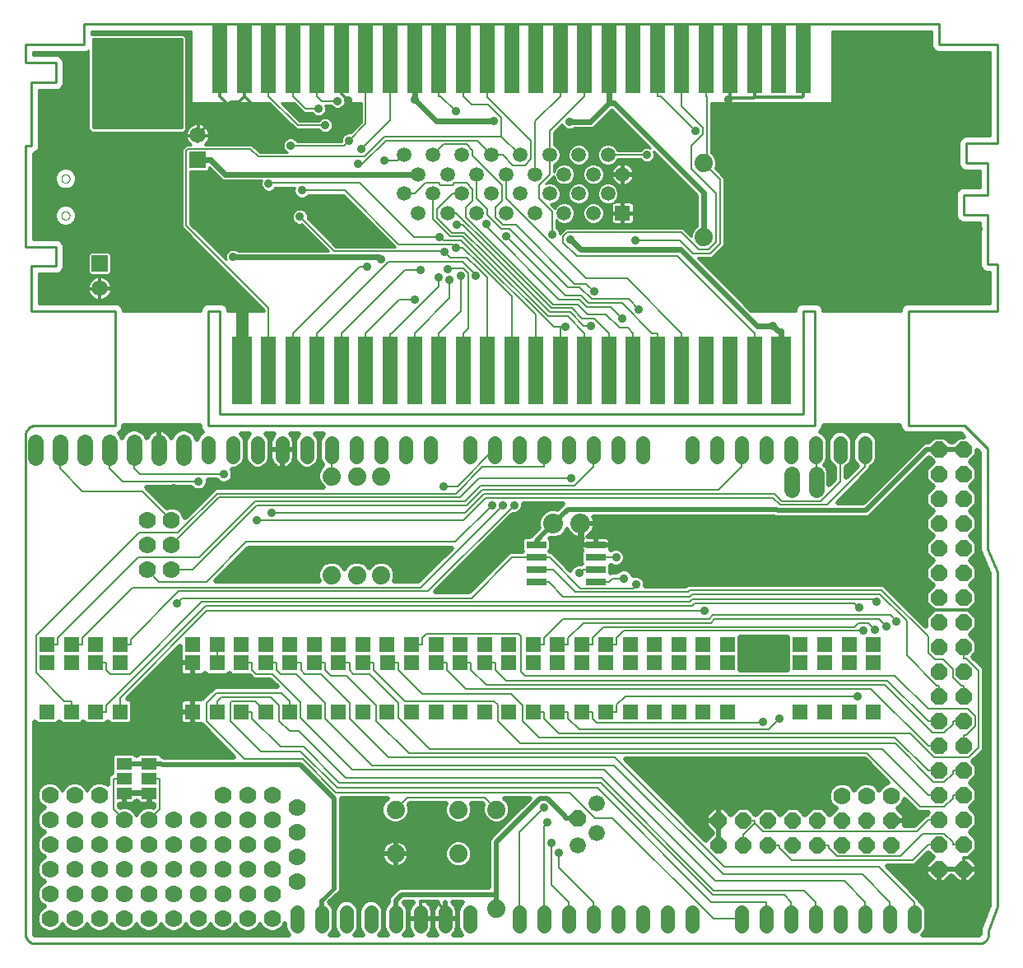
<source format=gtl>
G75*
%MOIN*%
%OFA0B0*%
%FSLAX25Y25*%
%IPPOS*%
%LPD*%
%AMOC8*
5,1,8,0,0,1.08239X$1,22.5*
%
%ADD10C,0.01000*%
%ADD11C,0.05746*%
%ADD12OC8,0.06600*%
%ADD13OC8,0.06400*%
%ADD14C,0.07400*%
%ADD15C,0.06600*%
%ADD16C,0.06400*%
%ADD17R,0.08000X0.02600*%
%ADD18R,0.06337X0.06337*%
%ADD19C,0.08000*%
%ADD20C,0.07000*%
%ADD21R,0.06300X0.04600*%
%ADD22R,0.07874X0.27559*%
%ADD23R,0.05906X0.27559*%
%ADD24C,0.00000*%
%ADD25R,0.06500X0.06500*%
%ADD26C,0.06500*%
%ADD27C,0.05943*%
%ADD28R,0.05943X0.05943*%
%ADD29C,0.01200*%
%ADD30C,0.02000*%
%ADD31C,0.03600*%
%ADD32C,0.00800*%
%ADD33C,0.01600*%
%ADD34C,0.05000*%
%ADD35C,0.02400*%
%ADD36C,0.04362*%
D10*
X0013866Y0005937D02*
X0013866Y0207906D01*
X0013868Y0208030D01*
X0013874Y0208153D01*
X0013883Y0208277D01*
X0013897Y0208399D01*
X0013914Y0208522D01*
X0013936Y0208644D01*
X0013961Y0208765D01*
X0013990Y0208885D01*
X0014022Y0209004D01*
X0014059Y0209123D01*
X0014099Y0209240D01*
X0014142Y0209355D01*
X0014190Y0209470D01*
X0014241Y0209582D01*
X0014295Y0209693D01*
X0014353Y0209803D01*
X0014414Y0209910D01*
X0014479Y0210016D01*
X0014547Y0210119D01*
X0014618Y0210220D01*
X0014692Y0210319D01*
X0014769Y0210416D01*
X0014850Y0210510D01*
X0014933Y0210601D01*
X0015019Y0210690D01*
X0015108Y0210776D01*
X0015199Y0210859D01*
X0015293Y0210940D01*
X0015390Y0211017D01*
X0015489Y0211091D01*
X0015590Y0211162D01*
X0015693Y0211230D01*
X0015799Y0211295D01*
X0015906Y0211356D01*
X0016016Y0211414D01*
X0016127Y0211468D01*
X0016239Y0211519D01*
X0016354Y0211567D01*
X0016469Y0211610D01*
X0016586Y0211650D01*
X0016705Y0211687D01*
X0016824Y0211719D01*
X0016944Y0211748D01*
X0017065Y0211773D01*
X0017187Y0211795D01*
X0017310Y0211812D01*
X0017432Y0211826D01*
X0017556Y0211835D01*
X0017679Y0211841D01*
X0017803Y0211843D01*
X0050087Y0211843D01*
X0050087Y0258299D01*
X0016228Y0258299D01*
X0016228Y0276409D01*
X0026071Y0276409D01*
X0026071Y0284283D01*
X0013866Y0284283D01*
X0013866Y0325228D01*
X0016228Y0325228D01*
X0016228Y0350819D01*
X0026071Y0350819D01*
X0026071Y0358693D01*
X0013866Y0358693D01*
X0013866Y0366173D01*
X0037488Y0366173D01*
X0037488Y0374441D01*
X0383945Y0374441D01*
X0383945Y0366173D01*
X0407567Y0366173D01*
X0407567Y0326016D01*
X0394969Y0326016D01*
X0394969Y0318142D01*
X0403630Y0318142D01*
X0403630Y0305150D01*
X0393787Y0305150D01*
X0393787Y0297276D01*
X0403630Y0297276D01*
X0403630Y0277197D01*
X0407567Y0277197D01*
X0407567Y0258299D01*
X0371346Y0258299D01*
X0371346Y0211843D01*
X0394181Y0211843D01*
X0403630Y0202394D01*
X0403630Y0161843D01*
X0407567Y0152394D01*
X0407567Y0017000D01*
X0403866Y0007000D01*
X0403866Y0005937D01*
X0403864Y0005813D01*
X0403858Y0005690D01*
X0403849Y0005566D01*
X0403835Y0005444D01*
X0403818Y0005321D01*
X0403796Y0005199D01*
X0403771Y0005078D01*
X0403742Y0004958D01*
X0403710Y0004839D01*
X0403673Y0004720D01*
X0403633Y0004603D01*
X0403590Y0004488D01*
X0403542Y0004373D01*
X0403491Y0004261D01*
X0403437Y0004150D01*
X0403379Y0004040D01*
X0403318Y0003933D01*
X0403253Y0003827D01*
X0403185Y0003724D01*
X0403114Y0003623D01*
X0403040Y0003524D01*
X0402963Y0003427D01*
X0402882Y0003333D01*
X0402799Y0003242D01*
X0402713Y0003153D01*
X0402624Y0003067D01*
X0402533Y0002984D01*
X0402439Y0002903D01*
X0402342Y0002826D01*
X0402243Y0002752D01*
X0402142Y0002681D01*
X0402039Y0002613D01*
X0401933Y0002548D01*
X0401826Y0002487D01*
X0401716Y0002429D01*
X0401605Y0002375D01*
X0401493Y0002324D01*
X0401378Y0002276D01*
X0401263Y0002233D01*
X0401146Y0002193D01*
X0401027Y0002156D01*
X0400908Y0002124D01*
X0400788Y0002095D01*
X0400667Y0002070D01*
X0400545Y0002048D01*
X0400422Y0002031D01*
X0400300Y0002017D01*
X0400176Y0002008D01*
X0400053Y0002002D01*
X0399929Y0002000D01*
X0017803Y0002000D01*
X0017679Y0002002D01*
X0017556Y0002008D01*
X0017432Y0002017D01*
X0017310Y0002031D01*
X0017187Y0002048D01*
X0017065Y0002070D01*
X0016944Y0002095D01*
X0016824Y0002124D01*
X0016705Y0002156D01*
X0016586Y0002193D01*
X0016469Y0002233D01*
X0016354Y0002276D01*
X0016239Y0002324D01*
X0016127Y0002375D01*
X0016016Y0002429D01*
X0015906Y0002487D01*
X0015799Y0002548D01*
X0015693Y0002613D01*
X0015590Y0002681D01*
X0015489Y0002752D01*
X0015390Y0002826D01*
X0015293Y0002903D01*
X0015199Y0002984D01*
X0015108Y0003067D01*
X0015019Y0003153D01*
X0014933Y0003242D01*
X0014850Y0003333D01*
X0014769Y0003427D01*
X0014692Y0003524D01*
X0014618Y0003623D01*
X0014547Y0003724D01*
X0014479Y0003827D01*
X0014414Y0003933D01*
X0014353Y0004040D01*
X0014295Y0004150D01*
X0014241Y0004261D01*
X0014190Y0004373D01*
X0014142Y0004488D01*
X0014099Y0004603D01*
X0014059Y0004720D01*
X0014022Y0004839D01*
X0013990Y0004958D01*
X0013961Y0005078D01*
X0013936Y0005199D01*
X0013914Y0005321D01*
X0013897Y0005444D01*
X0013883Y0005566D01*
X0013874Y0005690D01*
X0013868Y0005813D01*
X0013866Y0005937D01*
X0087882Y0211843D02*
X0087882Y0258299D01*
X0092606Y0258299D01*
X0092606Y0216567D01*
X0328827Y0216567D01*
X0328827Y0258299D01*
X0333551Y0258299D01*
X0333551Y0211843D01*
X0087882Y0211843D01*
X0084882Y0258299D02*
X0053087Y0258299D01*
X0053087Y0258896D01*
X0052630Y0259999D01*
X0051786Y0260842D01*
X0050683Y0261299D01*
X0019228Y0261299D01*
X0019228Y0273409D01*
X0026668Y0273409D01*
X0027770Y0273866D01*
X0028614Y0274710D01*
X0029071Y0275813D01*
X0029071Y0284880D01*
X0028614Y0285983D01*
X0027770Y0286827D01*
X0026668Y0287283D01*
X0016866Y0287283D01*
X0016866Y0322245D01*
X0017928Y0322685D01*
X0018772Y0323529D01*
X0019228Y0324632D01*
X0019228Y0347819D01*
X0026668Y0347819D01*
X0027770Y0348276D01*
X0028614Y0349120D01*
X0029071Y0350222D01*
X0029071Y0359290D01*
X0028614Y0360392D01*
X0027770Y0361236D01*
X0026668Y0361693D01*
X0016866Y0361693D01*
X0016866Y0363173D01*
X0038085Y0363173D01*
X0039188Y0363630D01*
X0039325Y0363768D01*
X0039325Y0331839D01*
X0040555Y0330609D01*
X0077728Y0330609D01*
X0078958Y0331839D01*
X0078958Y0333579D01*
X0078958Y0367272D01*
X0078958Y0369012D01*
X0077728Y0370242D01*
X0040555Y0370242D01*
X0040488Y0370175D01*
X0040488Y0371441D01*
X0080795Y0371441D01*
X0080795Y0342551D01*
X0112624Y0342551D01*
X0122367Y0332808D01*
X0123363Y0331812D01*
X0132564Y0331812D01*
X0132588Y0331756D01*
X0133460Y0330884D01*
X0134599Y0330412D01*
X0135832Y0330412D01*
X0136972Y0330884D01*
X0137844Y0331756D01*
X0138316Y0332896D01*
X0138316Y0334129D01*
X0137844Y0335268D01*
X0136972Y0336140D01*
X0135832Y0336612D01*
X0134599Y0336612D01*
X0133460Y0336140D01*
X0132588Y0335268D01*
X0132564Y0335212D01*
X0124771Y0335212D01*
X0117432Y0342551D01*
X0122466Y0342551D01*
X0125456Y0339562D01*
X0126451Y0338566D01*
X0129850Y0338566D01*
X0129874Y0338510D01*
X0130746Y0337638D01*
X0131885Y0337166D01*
X0133118Y0337166D01*
X0134258Y0337638D01*
X0135130Y0338510D01*
X0135602Y0339650D01*
X0135602Y0340883D01*
X0135295Y0341623D01*
X0137455Y0341623D01*
X0137478Y0341567D01*
X0138350Y0340695D01*
X0139489Y0340223D01*
X0140723Y0340223D01*
X0141862Y0340695D01*
X0142734Y0341567D01*
X0143142Y0342551D01*
X0149961Y0342551D01*
X0149961Y0334714D01*
X0145625Y0330377D01*
X0145569Y0330400D01*
X0144336Y0330400D01*
X0143196Y0329928D01*
X0142324Y0329056D01*
X0141852Y0327917D01*
X0141852Y0326973D01*
X0123771Y0326973D01*
X0123748Y0327029D01*
X0122876Y0327901D01*
X0121737Y0328373D01*
X0120503Y0328373D01*
X0119364Y0327901D01*
X0118492Y0327029D01*
X0118020Y0325890D01*
X0118020Y0324657D01*
X0118492Y0323517D01*
X0119364Y0322645D01*
X0119804Y0322463D01*
X0108767Y0322463D01*
X0106634Y0324596D01*
X0105638Y0325592D01*
X0086334Y0325592D01*
X0086646Y0325818D01*
X0087174Y0326347D01*
X0087614Y0326951D01*
X0087953Y0327618D01*
X0088184Y0328329D01*
X0088301Y0329067D01*
X0088301Y0329252D01*
X0083740Y0329252D01*
X0083740Y0329630D01*
X0083362Y0329630D01*
X0083362Y0329252D01*
X0078801Y0329252D01*
X0078801Y0329067D01*
X0078918Y0328329D01*
X0079149Y0327618D01*
X0079489Y0326951D01*
X0079928Y0326347D01*
X0080457Y0325818D01*
X0080768Y0325592D01*
X0078830Y0325592D01*
X0078227Y0324989D01*
X0077231Y0323993D01*
X0077231Y0291998D01*
X0110591Y0258638D01*
X0110591Y0258299D01*
X0095606Y0258299D01*
X0095606Y0258896D01*
X0095150Y0259999D01*
X0094306Y0260842D01*
X0093203Y0261299D01*
X0087285Y0261299D01*
X0086183Y0260842D01*
X0085339Y0259999D01*
X0084882Y0258896D01*
X0084882Y0258299D01*
X0084882Y0258617D02*
X0053087Y0258617D01*
X0052788Y0259616D02*
X0085180Y0259616D01*
X0085954Y0260614D02*
X0052014Y0260614D01*
X0047410Y0264378D02*
X0047850Y0264983D01*
X0048189Y0265649D01*
X0048420Y0266360D01*
X0048537Y0267099D01*
X0048537Y0267283D01*
X0043976Y0267283D01*
X0043976Y0262722D01*
X0044161Y0262722D01*
X0044900Y0262839D01*
X0045611Y0263070D01*
X0046277Y0263410D01*
X0046882Y0263849D01*
X0047410Y0264378D01*
X0047578Y0264608D02*
X0104621Y0264608D01*
X0105619Y0263610D02*
X0046552Y0263610D01*
X0048168Y0265607D02*
X0103622Y0265607D01*
X0102624Y0266605D02*
X0048459Y0266605D01*
X0048537Y0267661D02*
X0043976Y0267661D01*
X0043598Y0267661D01*
X0043598Y0267283D01*
X0039037Y0267283D01*
X0039037Y0267099D01*
X0039154Y0266360D01*
X0039385Y0265649D01*
X0039725Y0264983D01*
X0040164Y0264378D01*
X0040693Y0263849D01*
X0041298Y0263410D01*
X0041964Y0263070D01*
X0042675Y0262839D01*
X0043414Y0262722D01*
X0043598Y0262722D01*
X0043598Y0267283D01*
X0043976Y0267283D01*
X0043976Y0267661D01*
X0043976Y0272222D01*
X0044161Y0272222D01*
X0044900Y0272105D01*
X0045611Y0271874D01*
X0046277Y0271535D01*
X0046882Y0271096D01*
X0047410Y0270567D01*
X0047850Y0269962D01*
X0048189Y0269296D01*
X0048420Y0268585D01*
X0048537Y0267846D01*
X0048537Y0267661D01*
X0048415Y0268603D02*
X0100627Y0268603D01*
X0099628Y0269601D02*
X0048034Y0269601D01*
X0047378Y0270600D02*
X0098630Y0270600D01*
X0097631Y0271598D02*
X0046153Y0271598D01*
X0047576Y0272922D02*
X0048337Y0273684D01*
X0048337Y0281261D01*
X0047576Y0282022D01*
X0039999Y0282022D01*
X0039237Y0281261D01*
X0039237Y0273684D01*
X0039999Y0272922D01*
X0047576Y0272922D01*
X0048249Y0273595D02*
X0095634Y0273595D01*
X0094636Y0274594D02*
X0048337Y0274594D01*
X0048337Y0275592D02*
X0093637Y0275592D01*
X0092639Y0276591D02*
X0048337Y0276591D01*
X0048337Y0277589D02*
X0091640Y0277589D01*
X0090642Y0278588D02*
X0048337Y0278588D01*
X0048337Y0279586D02*
X0089643Y0279586D01*
X0088645Y0280585D02*
X0048337Y0280585D01*
X0048015Y0281583D02*
X0087646Y0281583D01*
X0086648Y0282582D02*
X0029071Y0282582D01*
X0029071Y0283580D02*
X0085649Y0283580D01*
X0084651Y0284579D02*
X0029071Y0284579D01*
X0028782Y0285577D02*
X0083652Y0285577D01*
X0082654Y0286576D02*
X0028021Y0286576D01*
X0029178Y0292709D02*
X0027644Y0293344D01*
X0026470Y0294518D01*
X0025835Y0296052D01*
X0025835Y0297712D01*
X0026470Y0299246D01*
X0027644Y0300420D01*
X0029178Y0301055D01*
X0030838Y0301055D01*
X0032372Y0300420D01*
X0033546Y0299246D01*
X0034181Y0297712D01*
X0034181Y0296052D01*
X0033546Y0294518D01*
X0032372Y0293344D01*
X0030838Y0292709D01*
X0029178Y0292709D01*
X0027423Y0293565D02*
X0016866Y0293565D01*
X0016866Y0292567D02*
X0077231Y0292567D01*
X0077231Y0293565D02*
X0032593Y0293565D01*
X0033565Y0294564D02*
X0077231Y0294564D01*
X0077231Y0295562D02*
X0033978Y0295562D01*
X0034181Y0296561D02*
X0077231Y0296561D01*
X0077231Y0297559D02*
X0034181Y0297559D01*
X0033831Y0298558D02*
X0077231Y0298558D01*
X0077231Y0299556D02*
X0033235Y0299556D01*
X0032046Y0300555D02*
X0077231Y0300555D01*
X0077231Y0301553D02*
X0016866Y0301553D01*
X0016866Y0300555D02*
X0027970Y0300555D01*
X0026781Y0299556D02*
X0016866Y0299556D01*
X0016866Y0298558D02*
X0026185Y0298558D01*
X0025835Y0297559D02*
X0016866Y0297559D01*
X0016866Y0296561D02*
X0025835Y0296561D01*
X0026037Y0295562D02*
X0016866Y0295562D01*
X0016866Y0294564D02*
X0026451Y0294564D01*
X0016866Y0291568D02*
X0077661Y0291568D01*
X0078660Y0290570D02*
X0016866Y0290570D01*
X0016866Y0289571D02*
X0079658Y0289571D01*
X0080657Y0288573D02*
X0016866Y0288573D01*
X0016866Y0287574D02*
X0081655Y0287574D01*
X0084466Y0289571D02*
X0129373Y0289571D01*
X0128375Y0290570D02*
X0083468Y0290570D01*
X0082469Y0291568D02*
X0127376Y0291568D01*
X0126378Y0292567D02*
X0081471Y0292567D01*
X0080631Y0293407D02*
X0080631Y0314891D01*
X0087340Y0314891D01*
X0088101Y0315652D01*
X0088101Y0316606D01*
X0092509Y0312198D01*
X0093212Y0311495D01*
X0094131Y0311114D01*
X0109499Y0311114D01*
X0109191Y0310371D01*
X0109191Y0309137D01*
X0109663Y0307998D01*
X0110535Y0307126D01*
X0111675Y0306654D01*
X0112908Y0306654D01*
X0114047Y0307126D01*
X0114919Y0307998D01*
X0115048Y0308309D01*
X0122905Y0308309D01*
X0122621Y0307624D01*
X0122621Y0306391D01*
X0123093Y0305252D01*
X0123965Y0304380D01*
X0125105Y0303908D01*
X0126338Y0303908D01*
X0127477Y0304380D01*
X0128349Y0305252D01*
X0128373Y0305308D01*
X0142367Y0305308D01*
X0163528Y0284147D01*
X0139606Y0284147D01*
X0128015Y0295738D01*
X0128039Y0295794D01*
X0128039Y0297027D01*
X0127567Y0298166D01*
X0126695Y0299038D01*
X0125555Y0299510D01*
X0124322Y0299510D01*
X0123183Y0299038D01*
X0122311Y0298166D01*
X0121839Y0297027D01*
X0121839Y0295794D01*
X0122311Y0294654D01*
X0123183Y0293782D01*
X0124322Y0293310D01*
X0125555Y0293310D01*
X0125611Y0293333D01*
X0136399Y0282546D01*
X0099825Y0282546D01*
X0099697Y0282674D01*
X0098557Y0283146D01*
X0097324Y0283146D01*
X0096185Y0282674D01*
X0095312Y0281802D01*
X0094841Y0280663D01*
X0094841Y0279429D01*
X0095005Y0279033D01*
X0080631Y0293407D01*
X0080631Y0293565D02*
X0123706Y0293565D01*
X0122401Y0294564D02*
X0080631Y0294564D01*
X0080631Y0295562D02*
X0121934Y0295562D01*
X0121839Y0296561D02*
X0080631Y0296561D01*
X0080631Y0297559D02*
X0122059Y0297559D01*
X0122702Y0298558D02*
X0080631Y0298558D01*
X0080631Y0299556D02*
X0148118Y0299556D01*
X0149117Y0298558D02*
X0127175Y0298558D01*
X0127818Y0297559D02*
X0150115Y0297559D01*
X0151114Y0296561D02*
X0128039Y0296561D01*
X0128191Y0295562D02*
X0152112Y0295562D01*
X0153111Y0294564D02*
X0129189Y0294564D01*
X0130188Y0293565D02*
X0154109Y0293565D01*
X0155108Y0292567D02*
X0131186Y0292567D01*
X0132185Y0291568D02*
X0156106Y0291568D01*
X0157105Y0290570D02*
X0133183Y0290570D01*
X0134182Y0289571D02*
X0158103Y0289571D01*
X0159102Y0288573D02*
X0135180Y0288573D01*
X0136179Y0287574D02*
X0160100Y0287574D01*
X0161099Y0286576D02*
X0137177Y0286576D01*
X0138176Y0285577D02*
X0162097Y0285577D01*
X0163096Y0284579D02*
X0139174Y0284579D01*
X0136363Y0282582D02*
X0099789Y0282582D01*
X0096092Y0282582D02*
X0091456Y0282582D01*
X0090457Y0283580D02*
X0135364Y0283580D01*
X0134366Y0284579D02*
X0089459Y0284579D01*
X0088460Y0285577D02*
X0133367Y0285577D01*
X0132369Y0286576D02*
X0087462Y0286576D01*
X0086463Y0287574D02*
X0131370Y0287574D01*
X0130372Y0288573D02*
X0085465Y0288573D01*
X0092454Y0281583D02*
X0095222Y0281583D01*
X0094841Y0280585D02*
X0093453Y0280585D01*
X0094451Y0279586D02*
X0094841Y0279586D01*
X0096633Y0272597D02*
X0019228Y0272597D01*
X0019228Y0271598D02*
X0041422Y0271598D01*
X0041298Y0271535D02*
X0040693Y0271096D01*
X0040164Y0270567D01*
X0039725Y0269962D01*
X0039385Y0269296D01*
X0039154Y0268585D01*
X0039037Y0267846D01*
X0039037Y0267661D01*
X0043598Y0267661D01*
X0043598Y0272222D01*
X0043414Y0272222D01*
X0042675Y0272105D01*
X0041964Y0271874D01*
X0041298Y0271535D01*
X0040197Y0270600D02*
X0019228Y0270600D01*
X0019228Y0269601D02*
X0039541Y0269601D01*
X0039160Y0268603D02*
X0019228Y0268603D01*
X0019228Y0267604D02*
X0043598Y0267604D01*
X0043976Y0267604D02*
X0101625Y0267604D01*
X0106618Y0262611D02*
X0019228Y0262611D01*
X0019228Y0261613D02*
X0107616Y0261613D01*
X0108615Y0260614D02*
X0094534Y0260614D01*
X0095308Y0259616D02*
X0109613Y0259616D01*
X0110591Y0258617D02*
X0095606Y0258617D01*
X0080631Y0300555D02*
X0147120Y0300555D01*
X0146121Y0301553D02*
X0080631Y0301553D01*
X0080631Y0302552D02*
X0145123Y0302552D01*
X0144124Y0303550D02*
X0080631Y0303550D01*
X0080631Y0304549D02*
X0123796Y0304549D01*
X0122971Y0305547D02*
X0080631Y0305547D01*
X0080631Y0306546D02*
X0122621Y0306546D01*
X0122621Y0307544D02*
X0114466Y0307544D01*
X0110117Y0307544D02*
X0080631Y0307544D01*
X0080631Y0308543D02*
X0109438Y0308543D01*
X0109191Y0309541D02*
X0080631Y0309541D01*
X0080631Y0310540D02*
X0109262Y0310540D01*
X0108708Y0322522D02*
X0119661Y0322522D01*
X0118491Y0323521D02*
X0107709Y0323521D01*
X0106711Y0324519D02*
X0118077Y0324519D01*
X0118020Y0325518D02*
X0105712Y0325518D01*
X0118280Y0326516D02*
X0087298Y0326516D01*
X0087901Y0327515D02*
X0118977Y0327515D01*
X0123263Y0327515D02*
X0141852Y0327515D01*
X0142099Y0328513D02*
X0088213Y0328513D01*
X0088301Y0329630D02*
X0088301Y0329815D01*
X0088184Y0330553D01*
X0087953Y0331264D01*
X0087614Y0331930D01*
X0087174Y0332535D01*
X0086646Y0333064D01*
X0086041Y0333503D01*
X0085375Y0333843D01*
X0084663Y0334074D01*
X0083925Y0334191D01*
X0083740Y0334191D01*
X0083740Y0329630D01*
X0088301Y0329630D01*
X0088191Y0330510D02*
X0134362Y0330510D01*
X0136069Y0330510D02*
X0145758Y0330510D01*
X0146757Y0331509D02*
X0137596Y0331509D01*
X0138155Y0332507D02*
X0147755Y0332507D01*
X0148754Y0333506D02*
X0138316Y0333506D01*
X0138160Y0334504D02*
X0149752Y0334504D01*
X0149961Y0335503D02*
X0137609Y0335503D01*
X0136100Y0336501D02*
X0149961Y0336501D01*
X0149961Y0337500D02*
X0133924Y0337500D01*
X0134331Y0336501D02*
X0123482Y0336501D01*
X0124480Y0335503D02*
X0132822Y0335503D01*
X0131079Y0337500D02*
X0122483Y0337500D01*
X0121485Y0338498D02*
X0129885Y0338498D01*
X0125521Y0339497D02*
X0120486Y0339497D01*
X0119488Y0340495D02*
X0124522Y0340495D01*
X0123524Y0341494D02*
X0118489Y0341494D01*
X0117491Y0342492D02*
X0122525Y0342492D01*
X0115678Y0339497D02*
X0078958Y0339497D01*
X0078958Y0340495D02*
X0114680Y0340495D01*
X0113681Y0341494D02*
X0078958Y0341494D01*
X0078958Y0342492D02*
X0112683Y0342492D01*
X0116677Y0338498D02*
X0078958Y0338498D01*
X0078958Y0337500D02*
X0117675Y0337500D01*
X0118674Y0336501D02*
X0078958Y0336501D01*
X0078958Y0335503D02*
X0119672Y0335503D01*
X0120671Y0334504D02*
X0078958Y0334504D01*
X0078958Y0333506D02*
X0081066Y0333506D01*
X0081062Y0333503D02*
X0080457Y0333064D01*
X0079928Y0332535D01*
X0079489Y0331930D01*
X0079149Y0331264D01*
X0078918Y0330553D01*
X0078801Y0329815D01*
X0078801Y0329630D01*
X0083362Y0329630D01*
X0083362Y0334191D01*
X0083177Y0334191D01*
X0082439Y0334074D01*
X0081728Y0333843D01*
X0081062Y0333503D01*
X0079908Y0332507D02*
X0078958Y0332507D01*
X0079274Y0331509D02*
X0078628Y0331509D01*
X0078911Y0330510D02*
X0019228Y0330510D01*
X0019228Y0329512D02*
X0083362Y0329512D01*
X0083740Y0329512D02*
X0142780Y0329512D01*
X0132835Y0331509D02*
X0087829Y0331509D01*
X0087195Y0332507D02*
X0122668Y0332507D01*
X0121669Y0333506D02*
X0086036Y0333506D01*
X0083740Y0333506D02*
X0083362Y0333506D01*
X0083362Y0332507D02*
X0083740Y0332507D01*
X0083740Y0331509D02*
X0083362Y0331509D01*
X0083362Y0330510D02*
X0083740Y0330510D01*
X0078889Y0328513D02*
X0019228Y0328513D01*
X0019228Y0327515D02*
X0079202Y0327515D01*
X0079805Y0326516D02*
X0019228Y0326516D01*
X0019228Y0325518D02*
X0078756Y0325518D01*
X0077757Y0324519D02*
X0019182Y0324519D01*
X0018763Y0323521D02*
X0077231Y0323521D01*
X0077231Y0322522D02*
X0017534Y0322522D01*
X0016866Y0321524D02*
X0077231Y0321524D01*
X0077231Y0320525D02*
X0016866Y0320525D01*
X0016866Y0319527D02*
X0077231Y0319527D01*
X0077231Y0318528D02*
X0016866Y0318528D01*
X0016866Y0317530D02*
X0077231Y0317530D01*
X0077231Y0316531D02*
X0016866Y0316531D01*
X0016866Y0315533D02*
X0028011Y0315533D01*
X0027644Y0315380D02*
X0026470Y0314206D01*
X0025835Y0312673D01*
X0025835Y0311012D01*
X0026470Y0309479D01*
X0027644Y0308305D01*
X0029178Y0307669D01*
X0030838Y0307669D01*
X0032372Y0308305D01*
X0033546Y0309479D01*
X0034181Y0311012D01*
X0034181Y0312673D01*
X0033546Y0314206D01*
X0032372Y0315380D01*
X0030838Y0316016D01*
X0029178Y0316016D01*
X0027644Y0315380D01*
X0026798Y0314534D02*
X0016866Y0314534D01*
X0016866Y0313536D02*
X0026192Y0313536D01*
X0025835Y0312537D02*
X0016866Y0312537D01*
X0016866Y0311539D02*
X0025835Y0311539D01*
X0026030Y0310540D02*
X0016866Y0310540D01*
X0016866Y0309541D02*
X0026444Y0309541D01*
X0027406Y0308543D02*
X0016866Y0308543D01*
X0016866Y0307544D02*
X0077231Y0307544D01*
X0077231Y0306546D02*
X0016866Y0306546D01*
X0016866Y0305547D02*
X0077231Y0305547D01*
X0077231Y0304549D02*
X0016866Y0304549D01*
X0016866Y0303550D02*
X0077231Y0303550D01*
X0077231Y0302552D02*
X0016866Y0302552D01*
X0032610Y0308543D02*
X0077231Y0308543D01*
X0077231Y0309541D02*
X0033572Y0309541D01*
X0033985Y0310540D02*
X0077231Y0310540D01*
X0077231Y0311539D02*
X0034181Y0311539D01*
X0034181Y0312537D02*
X0077231Y0312537D01*
X0077231Y0313536D02*
X0033824Y0313536D01*
X0033218Y0314534D02*
X0077231Y0314534D01*
X0077231Y0315533D02*
X0032004Y0315533D01*
X0039655Y0331509D02*
X0019228Y0331509D01*
X0019228Y0332507D02*
X0039325Y0332507D01*
X0039325Y0333506D02*
X0019228Y0333506D01*
X0019228Y0334504D02*
X0039325Y0334504D01*
X0039325Y0335503D02*
X0019228Y0335503D01*
X0019228Y0336501D02*
X0039325Y0336501D01*
X0039325Y0337500D02*
X0019228Y0337500D01*
X0019228Y0338498D02*
X0039325Y0338498D01*
X0039325Y0339497D02*
X0019228Y0339497D01*
X0019228Y0340495D02*
X0039325Y0340495D01*
X0039325Y0341494D02*
X0019228Y0341494D01*
X0019228Y0342492D02*
X0039325Y0342492D01*
X0039325Y0343491D02*
X0019228Y0343491D01*
X0019228Y0344489D02*
X0039325Y0344489D01*
X0039325Y0345488D02*
X0019228Y0345488D01*
X0019228Y0346486D02*
X0039325Y0346486D01*
X0039325Y0347485D02*
X0019228Y0347485D01*
X0027978Y0348483D02*
X0039325Y0348483D01*
X0039325Y0349482D02*
X0028764Y0349482D01*
X0029071Y0350480D02*
X0039325Y0350480D01*
X0039325Y0351479D02*
X0029071Y0351479D01*
X0029071Y0352477D02*
X0039325Y0352477D01*
X0039325Y0353476D02*
X0029071Y0353476D01*
X0029071Y0354474D02*
X0039325Y0354474D01*
X0039325Y0355473D02*
X0029071Y0355473D01*
X0029071Y0356472D02*
X0039325Y0356472D01*
X0039325Y0357470D02*
X0029071Y0357470D01*
X0029071Y0358469D02*
X0039325Y0358469D01*
X0039325Y0359467D02*
X0028997Y0359467D01*
X0028541Y0360466D02*
X0039325Y0360466D01*
X0039325Y0361464D02*
X0027220Y0361464D01*
X0016866Y0362463D02*
X0039325Y0362463D01*
X0039325Y0363461D02*
X0038780Y0363461D01*
X0040488Y0370451D02*
X0080795Y0370451D01*
X0080795Y0369452D02*
X0078518Y0369452D01*
X0078958Y0368454D02*
X0080795Y0368454D01*
X0080795Y0367455D02*
X0078958Y0367455D01*
X0078958Y0366457D02*
X0080795Y0366457D01*
X0080795Y0365458D02*
X0078958Y0365458D01*
X0078958Y0364460D02*
X0080795Y0364460D01*
X0080795Y0363461D02*
X0078958Y0363461D01*
X0078958Y0362463D02*
X0080795Y0362463D01*
X0080795Y0361464D02*
X0078958Y0361464D01*
X0078958Y0360466D02*
X0080795Y0360466D01*
X0080795Y0359467D02*
X0078958Y0359467D01*
X0078958Y0358469D02*
X0080795Y0358469D01*
X0080795Y0357470D02*
X0078958Y0357470D01*
X0078958Y0356472D02*
X0080795Y0356472D01*
X0080795Y0355473D02*
X0078958Y0355473D01*
X0078958Y0354474D02*
X0080795Y0354474D01*
X0080795Y0353476D02*
X0078958Y0353476D01*
X0078958Y0352477D02*
X0080795Y0352477D01*
X0080795Y0351479D02*
X0078958Y0351479D01*
X0078958Y0350480D02*
X0080795Y0350480D01*
X0080795Y0349482D02*
X0078958Y0349482D01*
X0078958Y0348483D02*
X0080795Y0348483D01*
X0080795Y0347485D02*
X0078958Y0347485D01*
X0078958Y0346486D02*
X0080795Y0346486D01*
X0080795Y0345488D02*
X0078958Y0345488D01*
X0078958Y0344489D02*
X0080795Y0344489D01*
X0080795Y0343491D02*
X0078958Y0343491D01*
X0088101Y0316531D02*
X0088176Y0316531D01*
X0087981Y0315533D02*
X0089174Y0315533D01*
X0090173Y0314534D02*
X0080631Y0314534D01*
X0080631Y0313536D02*
X0091171Y0313536D01*
X0092170Y0312537D02*
X0080631Y0312537D01*
X0080631Y0311539D02*
X0093168Y0311539D01*
X0127646Y0304549D02*
X0143126Y0304549D01*
X0149961Y0338498D02*
X0135118Y0338498D01*
X0135538Y0339497D02*
X0149961Y0339497D01*
X0149961Y0340495D02*
X0141380Y0340495D01*
X0142661Y0341494D02*
X0149961Y0341494D01*
X0149961Y0342492D02*
X0143117Y0342492D01*
X0138831Y0340495D02*
X0135602Y0340495D01*
X0135348Y0341494D02*
X0137551Y0341494D01*
X0224634Y0309769D02*
X0226775Y0311909D01*
X0227705Y0312839D01*
X0227705Y0312764D01*
X0228355Y0311194D01*
X0229557Y0309993D01*
X0231127Y0309343D01*
X0232826Y0309343D01*
X0234396Y0309993D01*
X0235598Y0311194D01*
X0236248Y0312764D01*
X0236248Y0314464D01*
X0235598Y0316034D01*
X0234396Y0317235D01*
X0232826Y0317886D01*
X0231127Y0317886D01*
X0229557Y0317235D01*
X0228355Y0316034D01*
X0227771Y0314623D01*
X0227771Y0317569D01*
X0228491Y0317867D01*
X0229692Y0319068D01*
X0230343Y0320638D01*
X0230343Y0322338D01*
X0229692Y0323908D01*
X0228491Y0325110D01*
X0227771Y0325408D01*
X0227771Y0330410D01*
X0231205Y0333844D01*
X0231518Y0333087D01*
X0232390Y0332215D01*
X0233530Y0331743D01*
X0234763Y0331743D01*
X0235902Y0332215D01*
X0236031Y0332343D01*
X0243095Y0332343D01*
X0244014Y0332724D01*
X0244717Y0333427D01*
X0251122Y0339832D01*
X0251206Y0339832D01*
X0266719Y0324319D01*
X0266069Y0324588D01*
X0264836Y0324588D01*
X0263696Y0324116D01*
X0262824Y0323244D01*
X0262801Y0323188D01*
X0253612Y0323188D01*
X0253314Y0323908D01*
X0252113Y0325110D01*
X0250543Y0325760D01*
X0248843Y0325760D01*
X0247273Y0325110D01*
X0246072Y0323908D01*
X0245421Y0322338D01*
X0245421Y0320638D01*
X0246072Y0319068D01*
X0247273Y0317867D01*
X0248843Y0317217D01*
X0250543Y0317217D01*
X0252113Y0317867D01*
X0253314Y0319068D01*
X0253612Y0319788D01*
X0262801Y0319788D01*
X0262824Y0319732D01*
X0263696Y0318860D01*
X0264836Y0318388D01*
X0266069Y0318388D01*
X0267208Y0318860D01*
X0268080Y0319732D01*
X0268552Y0320872D01*
X0268552Y0322105D01*
X0268283Y0322754D01*
X0285972Y0305065D01*
X0285972Y0292558D01*
X0285640Y0292420D01*
X0284234Y0291013D01*
X0283472Y0289176D01*
X0283472Y0288611D01*
X0280153Y0291931D01*
X0232611Y0291931D01*
X0231615Y0290935D01*
X0230204Y0289524D01*
X0230204Y0289867D01*
X0229732Y0291006D01*
X0228860Y0291878D01*
X0228804Y0291902D01*
X0228804Y0294998D01*
X0229557Y0294245D01*
X0231127Y0293594D01*
X0232826Y0293594D01*
X0234396Y0294245D01*
X0235598Y0295446D01*
X0236248Y0297016D01*
X0236248Y0298716D01*
X0235598Y0300286D01*
X0234396Y0301487D01*
X0232826Y0302138D01*
X0231127Y0302138D01*
X0229557Y0301487D01*
X0228355Y0300286D01*
X0228150Y0299790D01*
X0226471Y0301469D01*
X0226921Y0301469D01*
X0228491Y0302119D01*
X0229692Y0303320D01*
X0230343Y0304890D01*
X0230343Y0306590D01*
X0229692Y0308160D01*
X0228491Y0309361D01*
X0226921Y0310012D01*
X0225221Y0310012D01*
X0224634Y0309769D01*
X0225406Y0310540D02*
X0229010Y0310540D01*
X0228213Y0311539D02*
X0226404Y0311539D01*
X0227403Y0312537D02*
X0227799Y0312537D01*
X0227771Y0315533D02*
X0228147Y0315533D01*
X0227771Y0316531D02*
X0228852Y0316531D01*
X0227771Y0317530D02*
X0230267Y0317530D01*
X0229152Y0318528D02*
X0234801Y0318528D01*
X0234261Y0319068D02*
X0235462Y0317867D01*
X0237032Y0317217D01*
X0238732Y0317217D01*
X0240302Y0317867D01*
X0241503Y0319068D01*
X0242154Y0320638D01*
X0242154Y0322338D01*
X0241503Y0323908D01*
X0240302Y0325110D01*
X0238732Y0325760D01*
X0237032Y0325760D01*
X0235462Y0325110D01*
X0234261Y0323908D01*
X0233610Y0322338D01*
X0233610Y0320638D01*
X0234261Y0319068D01*
X0234071Y0319527D02*
X0229882Y0319527D01*
X0230296Y0320525D02*
X0233657Y0320525D01*
X0233610Y0321524D02*
X0230343Y0321524D01*
X0230266Y0322522D02*
X0233687Y0322522D01*
X0234100Y0323521D02*
X0229853Y0323521D01*
X0229081Y0324519D02*
X0234872Y0324519D01*
X0236448Y0325518D02*
X0227771Y0325518D01*
X0227771Y0326516D02*
X0264522Y0326516D01*
X0265520Y0325518D02*
X0251127Y0325518D01*
X0252703Y0324519D02*
X0264669Y0324519D01*
X0266236Y0324519D02*
X0266519Y0324519D01*
X0268379Y0322522D02*
X0268516Y0322522D01*
X0268552Y0321524D02*
X0269514Y0321524D01*
X0270513Y0320525D02*
X0268409Y0320525D01*
X0267875Y0319527D02*
X0271511Y0319527D01*
X0272510Y0318528D02*
X0266407Y0318528D01*
X0264498Y0318528D02*
X0252774Y0318528D01*
X0253255Y0317439D02*
X0252685Y0317025D01*
X0252188Y0316527D01*
X0251774Y0315958D01*
X0251454Y0315331D01*
X0251237Y0314661D01*
X0251132Y0314000D01*
X0255213Y0314000D01*
X0255213Y0318080D01*
X0254551Y0317976D01*
X0253882Y0317758D01*
X0253255Y0317439D01*
X0253433Y0317530D02*
X0251298Y0317530D01*
X0252191Y0316531D02*
X0246912Y0316531D01*
X0247409Y0316034D02*
X0246207Y0317235D01*
X0244637Y0317886D01*
X0242938Y0317886D01*
X0241368Y0317235D01*
X0240166Y0316034D01*
X0239516Y0314464D01*
X0239516Y0312764D01*
X0240166Y0311194D01*
X0241368Y0309993D01*
X0242938Y0309343D01*
X0244637Y0309343D01*
X0246207Y0309993D01*
X0247409Y0311194D01*
X0248059Y0312764D01*
X0248059Y0314464D01*
X0247409Y0316034D01*
X0247616Y0315533D02*
X0251557Y0315533D01*
X0251217Y0314534D02*
X0248030Y0314534D01*
X0248059Y0313536D02*
X0255213Y0313536D01*
X0255213Y0313228D02*
X0251132Y0313228D01*
X0251237Y0312567D01*
X0251454Y0311898D01*
X0251774Y0311271D01*
X0252188Y0310701D01*
X0252685Y0310203D01*
X0253255Y0309790D01*
X0253882Y0309470D01*
X0254551Y0309253D01*
X0255213Y0309148D01*
X0255213Y0313228D01*
X0255984Y0313228D01*
X0255984Y0309148D01*
X0256646Y0309253D01*
X0257315Y0309470D01*
X0257942Y0309790D01*
X0258512Y0310203D01*
X0259009Y0310701D01*
X0259423Y0311271D01*
X0259742Y0311898D01*
X0259960Y0312567D01*
X0260065Y0313228D01*
X0255984Y0313228D01*
X0255984Y0314000D01*
X0255213Y0314000D01*
X0255213Y0313228D01*
X0255213Y0312537D02*
X0255984Y0312537D01*
X0255984Y0311539D02*
X0255213Y0311539D01*
X0255213Y0310540D02*
X0255984Y0310540D01*
X0255984Y0309541D02*
X0255213Y0309541D01*
X0253742Y0309541D02*
X0251678Y0309541D01*
X0252113Y0309361D02*
X0250543Y0310012D01*
X0248843Y0310012D01*
X0247273Y0309361D01*
X0246072Y0308160D01*
X0245421Y0306590D01*
X0245421Y0304890D01*
X0246072Y0303320D01*
X0247273Y0302119D01*
X0248843Y0301469D01*
X0250543Y0301469D01*
X0251556Y0301888D01*
X0251426Y0301759D01*
X0251229Y0301417D01*
X0251127Y0301035D01*
X0251127Y0298252D01*
X0255213Y0298252D01*
X0255213Y0302338D01*
X0252429Y0302338D01*
X0252296Y0302302D01*
X0253314Y0303320D01*
X0253965Y0304890D01*
X0253965Y0306590D01*
X0253314Y0308160D01*
X0252113Y0309361D01*
X0252931Y0308543D02*
X0282495Y0308543D01*
X0283493Y0307544D02*
X0253569Y0307544D01*
X0253965Y0306546D02*
X0284492Y0306546D01*
X0285490Y0305547D02*
X0253965Y0305547D01*
X0253823Y0304549D02*
X0285972Y0304549D01*
X0285972Y0303550D02*
X0253409Y0303550D01*
X0252546Y0302552D02*
X0285972Y0302552D01*
X0285972Y0301553D02*
X0259889Y0301553D01*
X0259968Y0301417D02*
X0259770Y0301759D01*
X0259491Y0302038D01*
X0259149Y0302236D01*
X0258768Y0302338D01*
X0255984Y0302338D01*
X0255984Y0298252D01*
X0255213Y0298252D01*
X0255213Y0297480D01*
X0255984Y0297480D01*
X0255984Y0293394D01*
X0258768Y0293394D01*
X0259149Y0293497D01*
X0259491Y0293694D01*
X0259770Y0293973D01*
X0259968Y0294316D01*
X0260070Y0294697D01*
X0260070Y0297480D01*
X0255984Y0297480D01*
X0255984Y0298252D01*
X0260070Y0298252D01*
X0260070Y0301035D01*
X0259968Y0301417D01*
X0260070Y0300555D02*
X0285972Y0300555D01*
X0285972Y0299556D02*
X0260070Y0299556D01*
X0260070Y0298558D02*
X0285972Y0298558D01*
X0285972Y0297559D02*
X0255984Y0297559D01*
X0255213Y0297559D02*
X0248059Y0297559D01*
X0248059Y0297016D02*
X0248059Y0298716D01*
X0247409Y0300286D01*
X0246207Y0301487D01*
X0244637Y0302138D01*
X0242938Y0302138D01*
X0241368Y0301487D01*
X0240166Y0300286D01*
X0239516Y0298716D01*
X0239516Y0297016D01*
X0240166Y0295446D01*
X0241368Y0294245D01*
X0242938Y0293594D01*
X0244637Y0293594D01*
X0246207Y0294245D01*
X0247409Y0295446D01*
X0248059Y0297016D01*
X0247870Y0296561D02*
X0251127Y0296561D01*
X0251127Y0297480D02*
X0251127Y0294697D01*
X0251229Y0294316D01*
X0251426Y0293973D01*
X0251706Y0293694D01*
X0252048Y0293497D01*
X0252429Y0293394D01*
X0255213Y0293394D01*
X0255213Y0297480D01*
X0251127Y0297480D01*
X0251127Y0298558D02*
X0248059Y0298558D01*
X0247711Y0299556D02*
X0251127Y0299556D01*
X0251127Y0300555D02*
X0247140Y0300555D01*
X0246048Y0301553D02*
X0248638Y0301553D01*
X0246840Y0302552D02*
X0240735Y0302552D01*
X0240302Y0302119D02*
X0241503Y0303320D01*
X0242154Y0304890D01*
X0242154Y0306590D01*
X0241503Y0308160D01*
X0240302Y0309361D01*
X0238732Y0310012D01*
X0237032Y0310012D01*
X0235462Y0309361D01*
X0234261Y0308160D01*
X0233610Y0306590D01*
X0233610Y0304890D01*
X0234261Y0303320D01*
X0235462Y0302119D01*
X0237032Y0301469D01*
X0238732Y0301469D01*
X0240302Y0302119D01*
X0241527Y0301553D02*
X0238937Y0301553D01*
X0240435Y0300555D02*
X0235329Y0300555D01*
X0235900Y0299556D02*
X0239864Y0299556D01*
X0239516Y0298558D02*
X0236248Y0298558D01*
X0236248Y0297559D02*
X0239516Y0297559D01*
X0239704Y0296561D02*
X0236059Y0296561D01*
X0235646Y0295562D02*
X0240118Y0295562D01*
X0241049Y0294564D02*
X0234715Y0294564D01*
X0232248Y0291568D02*
X0229170Y0291568D01*
X0228804Y0292567D02*
X0285972Y0292567D01*
X0285972Y0293565D02*
X0259268Y0293565D01*
X0260034Y0294564D02*
X0285972Y0294564D01*
X0285972Y0295562D02*
X0260070Y0295562D01*
X0260070Y0296561D02*
X0285972Y0296561D01*
X0284789Y0291568D02*
X0280515Y0291568D01*
X0281514Y0290570D02*
X0284050Y0290570D01*
X0283636Y0289571D02*
X0282512Y0289571D01*
X0286067Y0279816D02*
X0291808Y0279816D01*
X0292804Y0280812D01*
X0296894Y0284902D01*
X0296894Y0312163D01*
X0295899Y0313159D01*
X0293003Y0316054D01*
X0293472Y0317187D01*
X0293472Y0319176D01*
X0292711Y0321013D01*
X0291489Y0322236D01*
X0291489Y0342551D01*
X0340638Y0342551D01*
X0340638Y0371441D01*
X0380945Y0371441D01*
X0380945Y0365576D01*
X0381402Y0364474D01*
X0382246Y0363630D01*
X0383348Y0363173D01*
X0404567Y0363173D01*
X0404567Y0329016D01*
X0394372Y0329016D01*
X0393269Y0328559D01*
X0392425Y0327715D01*
X0391969Y0326612D01*
X0391969Y0317545D01*
X0392425Y0316442D01*
X0393269Y0315598D01*
X0394372Y0315142D01*
X0400630Y0315142D01*
X0400630Y0308150D01*
X0393191Y0308150D01*
X0392088Y0307693D01*
X0391244Y0306849D01*
X0390787Y0305746D01*
X0390787Y0296679D01*
X0391244Y0295576D01*
X0392088Y0294732D01*
X0393191Y0294276D01*
X0400630Y0294276D01*
X0400630Y0276600D01*
X0401087Y0275497D01*
X0401931Y0274654D01*
X0403033Y0274197D01*
X0404567Y0274197D01*
X0404567Y0261299D01*
X0370750Y0261299D01*
X0369647Y0260842D01*
X0368803Y0259999D01*
X0368346Y0258896D01*
X0368346Y0258299D01*
X0336551Y0258299D01*
X0336551Y0258896D01*
X0336094Y0259999D01*
X0335251Y0260842D01*
X0334148Y0261299D01*
X0328230Y0261299D01*
X0327127Y0260842D01*
X0326283Y0259999D01*
X0325827Y0258896D01*
X0325827Y0258299D01*
X0307584Y0258299D01*
X0286067Y0279816D01*
X0286297Y0279586D02*
X0400630Y0279586D01*
X0400630Y0278588D02*
X0287296Y0278588D01*
X0288294Y0277589D02*
X0400630Y0277589D01*
X0400634Y0276591D02*
X0289293Y0276591D01*
X0290291Y0275592D02*
X0401047Y0275592D01*
X0402075Y0274594D02*
X0291290Y0274594D01*
X0292288Y0273595D02*
X0404567Y0273595D01*
X0404567Y0272597D02*
X0293287Y0272597D01*
X0294285Y0271598D02*
X0404567Y0271598D01*
X0404567Y0270600D02*
X0295284Y0270600D01*
X0296282Y0269601D02*
X0404567Y0269601D01*
X0404567Y0268603D02*
X0297281Y0268603D01*
X0298279Y0267604D02*
X0404567Y0267604D01*
X0404567Y0266605D02*
X0299278Y0266605D01*
X0300276Y0265607D02*
X0404567Y0265607D01*
X0404567Y0264608D02*
X0301275Y0264608D01*
X0302273Y0263610D02*
X0404567Y0263610D01*
X0404567Y0262611D02*
X0303272Y0262611D01*
X0304270Y0261613D02*
X0404567Y0261613D01*
X0400630Y0280585D02*
X0292577Y0280585D01*
X0293576Y0281583D02*
X0400630Y0281583D01*
X0400630Y0282582D02*
X0294574Y0282582D01*
X0295573Y0283580D02*
X0400630Y0283580D01*
X0400630Y0284579D02*
X0296571Y0284579D01*
X0296894Y0285577D02*
X0400630Y0285577D01*
X0400630Y0286576D02*
X0296894Y0286576D01*
X0296894Y0287574D02*
X0400630Y0287574D01*
X0400630Y0288573D02*
X0296894Y0288573D01*
X0296894Y0289571D02*
X0400630Y0289571D01*
X0400630Y0290570D02*
X0296894Y0290570D01*
X0296894Y0291568D02*
X0400630Y0291568D01*
X0400630Y0292567D02*
X0296894Y0292567D01*
X0296894Y0293565D02*
X0400630Y0293565D01*
X0392495Y0294564D02*
X0296894Y0294564D01*
X0296894Y0295562D02*
X0391258Y0295562D01*
X0390836Y0296561D02*
X0296894Y0296561D01*
X0296894Y0297559D02*
X0390787Y0297559D01*
X0390787Y0298558D02*
X0296894Y0298558D01*
X0296894Y0299556D02*
X0390787Y0299556D01*
X0390787Y0300555D02*
X0296894Y0300555D01*
X0296894Y0301553D02*
X0390787Y0301553D01*
X0390787Y0302552D02*
X0296894Y0302552D01*
X0296894Y0303550D02*
X0390787Y0303550D01*
X0390787Y0304549D02*
X0296894Y0304549D01*
X0296894Y0305547D02*
X0390787Y0305547D01*
X0391119Y0306546D02*
X0296894Y0306546D01*
X0296894Y0307544D02*
X0391940Y0307544D01*
X0393428Y0315533D02*
X0293525Y0315533D01*
X0293201Y0316531D02*
X0392388Y0316531D01*
X0391975Y0317530D02*
X0293472Y0317530D01*
X0293472Y0318528D02*
X0391969Y0318528D01*
X0391969Y0319527D02*
X0293327Y0319527D01*
X0292913Y0320525D02*
X0391969Y0320525D01*
X0391969Y0321524D02*
X0292201Y0321524D01*
X0291489Y0322522D02*
X0391969Y0322522D01*
X0391969Y0323521D02*
X0291489Y0323521D01*
X0291489Y0324519D02*
X0391969Y0324519D01*
X0391969Y0325518D02*
X0291489Y0325518D01*
X0291489Y0326516D02*
X0391969Y0326516D01*
X0392342Y0327515D02*
X0291489Y0327515D01*
X0291489Y0328513D02*
X0393223Y0328513D01*
X0404567Y0329512D02*
X0291489Y0329512D01*
X0291489Y0330510D02*
X0404567Y0330510D01*
X0404567Y0331509D02*
X0291489Y0331509D01*
X0291489Y0332507D02*
X0404567Y0332507D01*
X0404567Y0333506D02*
X0291489Y0333506D01*
X0291489Y0334504D02*
X0404567Y0334504D01*
X0404567Y0335503D02*
X0291489Y0335503D01*
X0291489Y0336501D02*
X0404567Y0336501D01*
X0404567Y0337500D02*
X0291489Y0337500D01*
X0291489Y0338498D02*
X0404567Y0338498D01*
X0404567Y0339497D02*
X0291489Y0339497D01*
X0291489Y0340495D02*
X0404567Y0340495D01*
X0404567Y0341494D02*
X0291489Y0341494D01*
X0291489Y0342492D02*
X0404567Y0342492D01*
X0404567Y0343491D02*
X0340638Y0343491D01*
X0340638Y0344489D02*
X0404567Y0344489D01*
X0404567Y0345488D02*
X0340638Y0345488D01*
X0340638Y0346486D02*
X0404567Y0346486D01*
X0404567Y0347485D02*
X0340638Y0347485D01*
X0340638Y0348483D02*
X0404567Y0348483D01*
X0404567Y0349482D02*
X0340638Y0349482D01*
X0340638Y0350480D02*
X0404567Y0350480D01*
X0404567Y0351479D02*
X0340638Y0351479D01*
X0340638Y0352477D02*
X0404567Y0352477D01*
X0404567Y0353476D02*
X0340638Y0353476D01*
X0340638Y0354474D02*
X0404567Y0354474D01*
X0404567Y0355473D02*
X0340638Y0355473D01*
X0340638Y0356472D02*
X0404567Y0356472D01*
X0404567Y0357470D02*
X0340638Y0357470D01*
X0340638Y0358469D02*
X0404567Y0358469D01*
X0404567Y0359467D02*
X0340638Y0359467D01*
X0340638Y0360466D02*
X0404567Y0360466D01*
X0404567Y0361464D02*
X0340638Y0361464D01*
X0340638Y0362463D02*
X0404567Y0362463D01*
X0382653Y0363461D02*
X0340638Y0363461D01*
X0340638Y0364460D02*
X0381416Y0364460D01*
X0380994Y0365458D02*
X0340638Y0365458D01*
X0340638Y0366457D02*
X0380945Y0366457D01*
X0380945Y0367455D02*
X0340638Y0367455D01*
X0340638Y0368454D02*
X0380945Y0368454D01*
X0380945Y0369452D02*
X0340638Y0369452D01*
X0340638Y0370451D02*
X0380945Y0370451D01*
X0400630Y0314534D02*
X0294524Y0314534D01*
X0295522Y0313536D02*
X0400630Y0313536D01*
X0400630Y0312537D02*
X0296521Y0312537D01*
X0296894Y0311539D02*
X0400630Y0311539D01*
X0400630Y0310540D02*
X0296894Y0310540D01*
X0296894Y0309541D02*
X0400630Y0309541D01*
X0400630Y0308543D02*
X0296894Y0308543D01*
X0281496Y0309541D02*
X0257455Y0309541D01*
X0258848Y0310540D02*
X0280498Y0310540D01*
X0279499Y0311539D02*
X0259559Y0311539D01*
X0259950Y0312537D02*
X0278501Y0312537D01*
X0277502Y0313536D02*
X0255984Y0313536D01*
X0255984Y0314000D02*
X0260065Y0314000D01*
X0259960Y0314661D01*
X0259742Y0315331D01*
X0259423Y0315958D01*
X0259009Y0316527D01*
X0258512Y0317025D01*
X0257942Y0317439D01*
X0257315Y0317758D01*
X0256646Y0317976D01*
X0255984Y0318080D01*
X0255984Y0314000D01*
X0255984Y0314534D02*
X0255213Y0314534D01*
X0255213Y0315533D02*
X0255984Y0315533D01*
X0255984Y0316531D02*
X0255213Y0316531D01*
X0255213Y0317530D02*
X0255984Y0317530D01*
X0257764Y0317530D02*
X0273508Y0317530D01*
X0274507Y0316531D02*
X0259005Y0316531D01*
X0259640Y0315533D02*
X0275505Y0315533D01*
X0276504Y0314534D02*
X0259980Y0314534D01*
X0263030Y0319527D02*
X0253504Y0319527D01*
X0253475Y0323521D02*
X0263101Y0323521D01*
X0263523Y0327515D02*
X0227771Y0327515D01*
X0227771Y0328513D02*
X0262524Y0328513D01*
X0261526Y0329512D02*
X0227771Y0329512D01*
X0227871Y0330510D02*
X0260527Y0330510D01*
X0259529Y0331509D02*
X0228869Y0331509D01*
X0229868Y0332507D02*
X0232098Y0332507D01*
X0231345Y0333506D02*
X0230866Y0333506D01*
X0239316Y0325518D02*
X0248259Y0325518D01*
X0246683Y0324519D02*
X0240892Y0324519D01*
X0241664Y0323521D02*
X0245911Y0323521D01*
X0245498Y0322522D02*
X0242077Y0322522D01*
X0242154Y0321524D02*
X0245421Y0321524D01*
X0245468Y0320525D02*
X0242107Y0320525D01*
X0241693Y0319527D02*
X0245882Y0319527D01*
X0246612Y0318528D02*
X0240963Y0318528D01*
X0242078Y0317530D02*
X0239487Y0317530D01*
X0240663Y0316531D02*
X0235100Y0316531D01*
X0235805Y0315533D02*
X0239958Y0315533D01*
X0239545Y0314534D02*
X0236219Y0314534D01*
X0236248Y0313536D02*
X0239516Y0313536D01*
X0239610Y0312537D02*
X0236154Y0312537D01*
X0235740Y0311539D02*
X0240024Y0311539D01*
X0240821Y0310540D02*
X0234943Y0310540D01*
X0235897Y0309541D02*
X0233306Y0309541D01*
X0234644Y0308543D02*
X0229309Y0308543D01*
X0229947Y0307544D02*
X0234006Y0307544D01*
X0233610Y0306546D02*
X0230343Y0306546D01*
X0230343Y0305547D02*
X0233610Y0305547D01*
X0233752Y0304549D02*
X0230201Y0304549D01*
X0229787Y0303550D02*
X0234165Y0303550D01*
X0235029Y0302552D02*
X0228924Y0302552D01*
X0229716Y0301553D02*
X0227125Y0301553D01*
X0227385Y0300555D02*
X0228624Y0300555D01*
X0228804Y0294564D02*
X0229238Y0294564D01*
X0228804Y0293565D02*
X0251929Y0293565D01*
X0251162Y0294564D02*
X0246526Y0294564D01*
X0247457Y0295562D02*
X0251127Y0295562D01*
X0255213Y0295562D02*
X0255984Y0295562D01*
X0255984Y0294564D02*
X0255213Y0294564D01*
X0255213Y0293565D02*
X0255984Y0293565D01*
X0255984Y0296561D02*
X0255213Y0296561D01*
X0255213Y0298558D02*
X0255984Y0298558D01*
X0255984Y0299556D02*
X0255213Y0299556D01*
X0255213Y0300555D02*
X0255984Y0300555D01*
X0255984Y0301553D02*
X0255213Y0301553D01*
X0251308Y0301553D02*
X0250748Y0301553D01*
X0245976Y0303550D02*
X0241598Y0303550D01*
X0242012Y0304549D02*
X0245563Y0304549D01*
X0245421Y0305547D02*
X0242154Y0305547D01*
X0242154Y0306546D02*
X0245421Y0306546D01*
X0245817Y0307544D02*
X0241758Y0307544D01*
X0241120Y0308543D02*
X0246455Y0308543D01*
X0247708Y0309541D02*
X0245117Y0309541D01*
X0246754Y0310540D02*
X0252349Y0310540D01*
X0251637Y0311539D02*
X0247551Y0311539D01*
X0247965Y0312537D02*
X0251247Y0312537D01*
X0248087Y0317530D02*
X0245497Y0317530D01*
X0242457Y0309541D02*
X0239867Y0309541D01*
X0236827Y0301553D02*
X0234237Y0301553D01*
X0230646Y0309541D02*
X0228056Y0309541D01*
X0233686Y0317530D02*
X0236276Y0317530D01*
X0243491Y0332507D02*
X0258530Y0332507D01*
X0257532Y0333506D02*
X0244796Y0333506D01*
X0244717Y0333427D02*
X0244717Y0333427D01*
X0245795Y0334504D02*
X0256533Y0334504D01*
X0255535Y0335503D02*
X0246793Y0335503D01*
X0247792Y0336501D02*
X0254536Y0336501D01*
X0253538Y0337500D02*
X0248790Y0337500D01*
X0249789Y0338498D02*
X0252539Y0338498D01*
X0251541Y0339497D02*
X0250787Y0339497D01*
X0231250Y0290570D02*
X0229913Y0290570D01*
X0230204Y0289571D02*
X0230251Y0289571D01*
X0305269Y0260614D02*
X0326899Y0260614D01*
X0326125Y0259616D02*
X0306267Y0259616D01*
X0307266Y0258617D02*
X0325827Y0258617D01*
X0335479Y0260614D02*
X0369419Y0260614D01*
X0368645Y0259616D02*
X0336253Y0259616D01*
X0336551Y0258617D02*
X0368346Y0258617D01*
X0043976Y0263610D02*
X0043598Y0263610D01*
X0043598Y0264608D02*
X0043976Y0264608D01*
X0043976Y0265607D02*
X0043598Y0265607D01*
X0043598Y0266605D02*
X0043976Y0266605D01*
X0043976Y0268603D02*
X0043598Y0268603D01*
X0043598Y0269601D02*
X0043976Y0269601D01*
X0043976Y0270600D02*
X0043598Y0270600D01*
X0043598Y0271598D02*
X0043976Y0271598D01*
X0039326Y0273595D02*
X0027116Y0273595D01*
X0028498Y0274594D02*
X0039237Y0274594D01*
X0039237Y0275592D02*
X0028979Y0275592D01*
X0029071Y0276591D02*
X0039237Y0276591D01*
X0039237Y0277589D02*
X0029071Y0277589D01*
X0029071Y0278588D02*
X0039237Y0278588D01*
X0039237Y0279586D02*
X0029071Y0279586D01*
X0029071Y0280585D02*
X0039237Y0280585D01*
X0039560Y0281583D02*
X0029071Y0281583D01*
X0019228Y0266605D02*
X0039116Y0266605D01*
X0039407Y0265607D02*
X0019228Y0265607D01*
X0019228Y0264608D02*
X0039997Y0264608D01*
X0041022Y0263610D02*
X0019228Y0263610D01*
D11*
X0087866Y0204873D02*
X0087866Y0199127D01*
X0097866Y0199127D02*
X0097866Y0204873D01*
X0107866Y0204873D02*
X0107866Y0199127D01*
X0117866Y0199127D02*
X0117866Y0204873D01*
X0127866Y0204873D02*
X0127866Y0199127D01*
X0137866Y0199127D02*
X0137866Y0204873D01*
X0147866Y0204873D02*
X0147866Y0199127D01*
X0157866Y0199127D02*
X0157866Y0204873D01*
X0167866Y0204873D02*
X0167866Y0199127D01*
X0177866Y0199127D02*
X0177866Y0204873D01*
X0193866Y0204873D02*
X0193866Y0199127D01*
X0203866Y0199127D02*
X0203866Y0204873D01*
X0213866Y0204873D02*
X0213866Y0199127D01*
X0223866Y0199127D02*
X0223866Y0204873D01*
X0233866Y0204873D02*
X0233866Y0199127D01*
X0243866Y0199127D02*
X0243866Y0204873D01*
X0253866Y0204873D02*
X0253866Y0199127D01*
X0263866Y0199127D02*
X0263866Y0204873D01*
X0283866Y0204873D02*
X0283866Y0199127D01*
X0293866Y0199127D02*
X0293866Y0204873D01*
X0303866Y0204873D02*
X0303866Y0199127D01*
X0313866Y0199127D02*
X0313866Y0204873D01*
X0323866Y0204873D02*
X0323866Y0199127D01*
X0333866Y0199127D02*
X0333866Y0204873D01*
X0343866Y0204873D02*
X0343866Y0199127D01*
X0353866Y0199127D02*
X0353866Y0204873D01*
X0353866Y0014873D02*
X0353866Y0009127D01*
X0363866Y0009127D02*
X0363866Y0014873D01*
X0373866Y0014873D02*
X0373866Y0009127D01*
X0343866Y0009127D02*
X0343866Y0014873D01*
X0333866Y0014873D02*
X0333866Y0009127D01*
X0323866Y0009127D02*
X0323866Y0014873D01*
X0313866Y0014873D02*
X0313866Y0009127D01*
X0303866Y0009127D02*
X0303866Y0014873D01*
X0283866Y0014873D02*
X0283866Y0009127D01*
X0273866Y0009127D02*
X0273866Y0014873D01*
X0263866Y0014873D02*
X0263866Y0009127D01*
X0253866Y0009127D02*
X0253866Y0014873D01*
X0243866Y0014873D02*
X0243866Y0009127D01*
X0233866Y0009127D02*
X0233866Y0014873D01*
X0223866Y0014873D02*
X0223866Y0009127D01*
X0213866Y0009127D02*
X0213866Y0014873D01*
X0193866Y0014873D02*
X0193866Y0009127D01*
X0183866Y0009127D02*
X0183866Y0014873D01*
X0173866Y0014873D02*
X0173866Y0009127D01*
X0163866Y0009127D02*
X0163866Y0014873D01*
X0153866Y0014873D02*
X0153866Y0009127D01*
X0143866Y0009127D02*
X0143866Y0014873D01*
X0133866Y0014873D02*
X0133866Y0009127D01*
X0123866Y0009127D02*
X0123866Y0014873D01*
D12*
X0237613Y0052925D03*
X0383866Y0052000D03*
X0383866Y0042000D03*
X0383866Y0032000D03*
X0393866Y0032000D03*
X0393866Y0042000D03*
X0393866Y0052000D03*
X0393866Y0062000D03*
X0383866Y0062000D03*
X0383866Y0072000D03*
X0383866Y0082000D03*
X0383866Y0092000D03*
X0383866Y0102000D03*
X0383866Y0112000D03*
X0383866Y0122000D03*
X0383866Y0132000D03*
X0383866Y0142000D03*
X0383866Y0152000D03*
X0383866Y0162000D03*
X0383866Y0172000D03*
X0383866Y0182000D03*
X0383866Y0192000D03*
X0383866Y0202000D03*
X0393866Y0202000D03*
X0393866Y0192000D03*
X0393866Y0182000D03*
X0393866Y0172000D03*
X0393866Y0162000D03*
X0393866Y0152000D03*
X0393866Y0142000D03*
X0393866Y0132000D03*
X0393866Y0122000D03*
X0393866Y0112000D03*
X0393866Y0102000D03*
X0393866Y0092000D03*
X0393866Y0082000D03*
X0393866Y0072000D03*
D13*
X0364614Y0051882D03*
X0364614Y0041882D03*
X0354614Y0041882D03*
X0344614Y0041882D03*
X0344614Y0051882D03*
X0354614Y0051882D03*
X0334614Y0051882D03*
X0324614Y0051882D03*
X0324614Y0041882D03*
X0334614Y0041882D03*
X0314614Y0041882D03*
X0304614Y0041882D03*
X0304614Y0051882D03*
X0314614Y0051882D03*
X0294614Y0051882D03*
X0294614Y0041882D03*
D14*
X0204575Y0056252D03*
X0189265Y0056176D03*
X0189265Y0038376D03*
X0204575Y0016252D03*
X0163665Y0038376D03*
X0163665Y0056176D03*
X0157961Y0151291D03*
X0148118Y0151291D03*
X0137882Y0151291D03*
X0137882Y0191291D03*
X0148118Y0191291D03*
X0157961Y0191291D03*
X0288472Y0288181D03*
X0288472Y0318181D03*
D15*
X0245238Y0058925D03*
X0245238Y0046925D03*
X0237613Y0041925D03*
D16*
X0324024Y0185808D02*
X0324024Y0192208D01*
X0334024Y0192208D02*
X0334024Y0185808D01*
X0077921Y0198800D02*
X0077921Y0205200D01*
X0067921Y0205200D02*
X0067921Y0198800D01*
X0057921Y0198800D02*
X0057921Y0205200D01*
X0047921Y0205200D02*
X0047921Y0198800D01*
X0037921Y0198800D02*
X0037921Y0205200D01*
X0027921Y0205200D02*
X0027921Y0198800D01*
X0017921Y0198800D02*
X0017921Y0205200D01*
D17*
X0220664Y0163437D03*
X0220664Y0158437D03*
X0220664Y0153437D03*
X0220664Y0148437D03*
X0244864Y0148437D03*
X0244864Y0153437D03*
X0244864Y0158437D03*
X0244864Y0163437D03*
D18*
X0248906Y0123014D03*
X0248913Y0115671D03*
X0239071Y0115671D03*
X0239063Y0123014D03*
X0229220Y0123014D03*
X0229228Y0115671D03*
X0219386Y0115671D03*
X0219378Y0123014D03*
X0209535Y0123014D03*
X0209543Y0115671D03*
X0199701Y0115671D03*
X0199693Y0123014D03*
X0189850Y0123014D03*
X0189858Y0115671D03*
X0180016Y0115671D03*
X0180008Y0123014D03*
X0170165Y0123014D03*
X0170173Y0115671D03*
X0160331Y0115671D03*
X0160323Y0123014D03*
X0150480Y0123014D03*
X0150488Y0115671D03*
X0140646Y0115671D03*
X0140638Y0123014D03*
X0130795Y0123014D03*
X0130803Y0115671D03*
X0120961Y0115671D03*
X0120953Y0123014D03*
X0111110Y0123014D03*
X0111118Y0115671D03*
X0101276Y0115671D03*
X0101268Y0123014D03*
X0091425Y0123014D03*
X0091433Y0115671D03*
X0081591Y0115671D03*
X0081583Y0123014D03*
X0081583Y0095947D03*
X0091425Y0095947D03*
X0101268Y0095947D03*
X0111110Y0095947D03*
X0120953Y0095947D03*
X0130795Y0095947D03*
X0140638Y0095947D03*
X0150480Y0095947D03*
X0160323Y0095947D03*
X0170165Y0095947D03*
X0180008Y0095947D03*
X0189850Y0095947D03*
X0199693Y0095947D03*
X0209535Y0095947D03*
X0219378Y0095947D03*
X0229220Y0095947D03*
X0239063Y0095947D03*
X0248906Y0095947D03*
X0258748Y0095947D03*
X0268591Y0095947D03*
X0278433Y0095947D03*
X0288276Y0095947D03*
X0298118Y0095947D03*
X0298126Y0115671D03*
X0298118Y0123014D03*
X0288276Y0123014D03*
X0288283Y0115671D03*
X0278441Y0115671D03*
X0278433Y0123014D03*
X0268591Y0123014D03*
X0268598Y0115671D03*
X0258756Y0115671D03*
X0258748Y0123014D03*
X0327646Y0123014D03*
X0327654Y0115671D03*
X0337496Y0115671D03*
X0337488Y0123014D03*
X0347331Y0123014D03*
X0347339Y0115671D03*
X0357181Y0115671D03*
X0357173Y0123014D03*
X0357173Y0095947D03*
X0347331Y0095947D03*
X0337488Y0095947D03*
X0327646Y0095947D03*
X0052055Y0095947D03*
X0042213Y0095947D03*
X0032370Y0095947D03*
X0022528Y0095947D03*
X0022535Y0115671D03*
X0022528Y0123014D03*
X0032370Y0123014D03*
X0032378Y0115671D03*
X0042220Y0115671D03*
X0042213Y0123014D03*
X0052055Y0123014D03*
X0052063Y0115671D03*
D19*
X0227657Y0172079D03*
X0238657Y0172079D03*
D20*
X0344575Y0061724D03*
X0354575Y0061724D03*
X0364575Y0061724D03*
X0123866Y0057000D03*
X0123866Y0047000D03*
X0123866Y0037000D03*
X0123866Y0027000D03*
X0113866Y0022000D03*
X0103866Y0022000D03*
X0103866Y0012000D03*
X0113866Y0012000D03*
X0093866Y0012000D03*
X0083866Y0012000D03*
X0073866Y0012000D03*
X0073866Y0022000D03*
X0083866Y0022000D03*
X0093866Y0022000D03*
X0093866Y0032000D03*
X0083866Y0032000D03*
X0073866Y0032000D03*
X0063866Y0032000D03*
X0053866Y0032000D03*
X0043866Y0032000D03*
X0033866Y0032000D03*
X0023866Y0032000D03*
X0023866Y0022000D03*
X0023866Y0012000D03*
X0033866Y0012000D03*
X0033866Y0022000D03*
X0043866Y0022000D03*
X0043866Y0012000D03*
X0053866Y0012000D03*
X0053866Y0022000D03*
X0063866Y0022000D03*
X0063866Y0012000D03*
X0063866Y0042000D03*
X0053866Y0042000D03*
X0053866Y0052000D03*
X0063866Y0052000D03*
X0073866Y0052000D03*
X0073866Y0042000D03*
X0083866Y0042000D03*
X0083866Y0052000D03*
X0093866Y0052000D03*
X0093866Y0042000D03*
X0103866Y0042000D03*
X0103866Y0052000D03*
X0113866Y0052000D03*
X0113866Y0042000D03*
X0113866Y0032000D03*
X0103866Y0032000D03*
X0103866Y0062000D03*
X0113866Y0062000D03*
X0093866Y0062000D03*
X0043866Y0062000D03*
X0033866Y0062000D03*
X0023866Y0062000D03*
X0023866Y0052000D03*
X0023866Y0042000D03*
X0033866Y0042000D03*
X0033866Y0052000D03*
X0043866Y0052000D03*
X0043866Y0042000D03*
X0063079Y0153417D03*
X0072921Y0153417D03*
X0072921Y0163417D03*
X0063079Y0163417D03*
X0063079Y0173417D03*
X0072921Y0173417D03*
D21*
X0063866Y0074929D03*
X0063866Y0068929D03*
X0063866Y0062929D03*
X0053827Y0062929D03*
X0053827Y0068929D03*
X0053827Y0074929D03*
D22*
X0101465Y0234283D03*
X0319969Y0234283D03*
D23*
X0309142Y0234283D03*
X0299299Y0234283D03*
X0289457Y0234283D03*
X0279614Y0234283D03*
X0269772Y0234283D03*
X0259929Y0234283D03*
X0250087Y0234283D03*
X0240244Y0234283D03*
X0230402Y0234283D03*
X0220559Y0234283D03*
X0210717Y0234283D03*
X0200874Y0234283D03*
X0191031Y0234283D03*
X0181189Y0234283D03*
X0171346Y0234283D03*
X0161504Y0234283D03*
X0151661Y0234283D03*
X0141819Y0234283D03*
X0131976Y0234283D03*
X0122134Y0234283D03*
X0112291Y0234283D03*
X0112291Y0360268D03*
X0102449Y0360268D03*
X0092606Y0360268D03*
X0122134Y0360268D03*
X0131976Y0360268D03*
X0141819Y0360268D03*
X0151661Y0360268D03*
X0161504Y0360268D03*
X0171346Y0360268D03*
X0181189Y0360268D03*
X0191031Y0360268D03*
X0200874Y0360268D03*
X0210717Y0360268D03*
X0220559Y0360268D03*
X0230402Y0360268D03*
X0240244Y0360268D03*
X0250087Y0360268D03*
X0259929Y0360268D03*
X0269772Y0360268D03*
X0279614Y0360268D03*
X0289457Y0360268D03*
X0299299Y0360268D03*
X0309142Y0360268D03*
X0318984Y0360268D03*
X0328827Y0360268D03*
D24*
X0028335Y0311843D02*
X0028337Y0311924D01*
X0028343Y0312006D01*
X0028353Y0312087D01*
X0028367Y0312167D01*
X0028384Y0312246D01*
X0028406Y0312325D01*
X0028431Y0312402D01*
X0028460Y0312479D01*
X0028493Y0312553D01*
X0028530Y0312626D01*
X0028569Y0312697D01*
X0028613Y0312766D01*
X0028659Y0312833D01*
X0028709Y0312897D01*
X0028762Y0312959D01*
X0028818Y0313019D01*
X0028876Y0313075D01*
X0028938Y0313129D01*
X0029002Y0313180D01*
X0029068Y0313227D01*
X0029136Y0313271D01*
X0029207Y0313312D01*
X0029279Y0313349D01*
X0029354Y0313383D01*
X0029429Y0313413D01*
X0029507Y0313439D01*
X0029585Y0313462D01*
X0029664Y0313480D01*
X0029744Y0313495D01*
X0029825Y0313506D01*
X0029906Y0313513D01*
X0029988Y0313516D01*
X0030069Y0313515D01*
X0030150Y0313510D01*
X0030231Y0313501D01*
X0030312Y0313488D01*
X0030392Y0313471D01*
X0030470Y0313451D01*
X0030548Y0313426D01*
X0030625Y0313398D01*
X0030700Y0313366D01*
X0030773Y0313331D01*
X0030844Y0313292D01*
X0030914Y0313249D01*
X0030981Y0313204D01*
X0031047Y0313155D01*
X0031109Y0313103D01*
X0031169Y0313047D01*
X0031226Y0312989D01*
X0031281Y0312929D01*
X0031332Y0312865D01*
X0031380Y0312800D01*
X0031425Y0312732D01*
X0031467Y0312662D01*
X0031505Y0312590D01*
X0031540Y0312516D01*
X0031571Y0312441D01*
X0031598Y0312364D01*
X0031621Y0312286D01*
X0031641Y0312207D01*
X0031657Y0312127D01*
X0031669Y0312046D01*
X0031677Y0311965D01*
X0031681Y0311884D01*
X0031681Y0311802D01*
X0031677Y0311721D01*
X0031669Y0311640D01*
X0031657Y0311559D01*
X0031641Y0311479D01*
X0031621Y0311400D01*
X0031598Y0311322D01*
X0031571Y0311245D01*
X0031540Y0311170D01*
X0031505Y0311096D01*
X0031467Y0311024D01*
X0031425Y0310954D01*
X0031380Y0310886D01*
X0031332Y0310821D01*
X0031281Y0310757D01*
X0031226Y0310697D01*
X0031169Y0310639D01*
X0031109Y0310583D01*
X0031047Y0310531D01*
X0030981Y0310482D01*
X0030914Y0310437D01*
X0030845Y0310394D01*
X0030773Y0310355D01*
X0030700Y0310320D01*
X0030625Y0310288D01*
X0030548Y0310260D01*
X0030470Y0310235D01*
X0030392Y0310215D01*
X0030312Y0310198D01*
X0030231Y0310185D01*
X0030150Y0310176D01*
X0030069Y0310171D01*
X0029988Y0310170D01*
X0029906Y0310173D01*
X0029825Y0310180D01*
X0029744Y0310191D01*
X0029664Y0310206D01*
X0029585Y0310224D01*
X0029507Y0310247D01*
X0029429Y0310273D01*
X0029354Y0310303D01*
X0029279Y0310337D01*
X0029207Y0310374D01*
X0029136Y0310415D01*
X0029068Y0310459D01*
X0029002Y0310506D01*
X0028938Y0310557D01*
X0028876Y0310611D01*
X0028818Y0310667D01*
X0028762Y0310727D01*
X0028709Y0310789D01*
X0028659Y0310853D01*
X0028613Y0310920D01*
X0028569Y0310989D01*
X0028530Y0311060D01*
X0028493Y0311133D01*
X0028460Y0311207D01*
X0028431Y0311284D01*
X0028406Y0311361D01*
X0028384Y0311440D01*
X0028367Y0311519D01*
X0028353Y0311599D01*
X0028343Y0311680D01*
X0028337Y0311762D01*
X0028335Y0311843D01*
X0028335Y0296882D02*
X0028337Y0296963D01*
X0028343Y0297045D01*
X0028353Y0297126D01*
X0028367Y0297206D01*
X0028384Y0297285D01*
X0028406Y0297364D01*
X0028431Y0297441D01*
X0028460Y0297518D01*
X0028493Y0297592D01*
X0028530Y0297665D01*
X0028569Y0297736D01*
X0028613Y0297805D01*
X0028659Y0297872D01*
X0028709Y0297936D01*
X0028762Y0297998D01*
X0028818Y0298058D01*
X0028876Y0298114D01*
X0028938Y0298168D01*
X0029002Y0298219D01*
X0029068Y0298266D01*
X0029136Y0298310D01*
X0029207Y0298351D01*
X0029279Y0298388D01*
X0029354Y0298422D01*
X0029429Y0298452D01*
X0029507Y0298478D01*
X0029585Y0298501D01*
X0029664Y0298519D01*
X0029744Y0298534D01*
X0029825Y0298545D01*
X0029906Y0298552D01*
X0029988Y0298555D01*
X0030069Y0298554D01*
X0030150Y0298549D01*
X0030231Y0298540D01*
X0030312Y0298527D01*
X0030392Y0298510D01*
X0030470Y0298490D01*
X0030548Y0298465D01*
X0030625Y0298437D01*
X0030700Y0298405D01*
X0030773Y0298370D01*
X0030844Y0298331D01*
X0030914Y0298288D01*
X0030981Y0298243D01*
X0031047Y0298194D01*
X0031109Y0298142D01*
X0031169Y0298086D01*
X0031226Y0298028D01*
X0031281Y0297968D01*
X0031332Y0297904D01*
X0031380Y0297839D01*
X0031425Y0297771D01*
X0031467Y0297701D01*
X0031505Y0297629D01*
X0031540Y0297555D01*
X0031571Y0297480D01*
X0031598Y0297403D01*
X0031621Y0297325D01*
X0031641Y0297246D01*
X0031657Y0297166D01*
X0031669Y0297085D01*
X0031677Y0297004D01*
X0031681Y0296923D01*
X0031681Y0296841D01*
X0031677Y0296760D01*
X0031669Y0296679D01*
X0031657Y0296598D01*
X0031641Y0296518D01*
X0031621Y0296439D01*
X0031598Y0296361D01*
X0031571Y0296284D01*
X0031540Y0296209D01*
X0031505Y0296135D01*
X0031467Y0296063D01*
X0031425Y0295993D01*
X0031380Y0295925D01*
X0031332Y0295860D01*
X0031281Y0295796D01*
X0031226Y0295736D01*
X0031169Y0295678D01*
X0031109Y0295622D01*
X0031047Y0295570D01*
X0030981Y0295521D01*
X0030914Y0295476D01*
X0030845Y0295433D01*
X0030773Y0295394D01*
X0030700Y0295359D01*
X0030625Y0295327D01*
X0030548Y0295299D01*
X0030470Y0295274D01*
X0030392Y0295254D01*
X0030312Y0295237D01*
X0030231Y0295224D01*
X0030150Y0295215D01*
X0030069Y0295210D01*
X0029988Y0295209D01*
X0029906Y0295212D01*
X0029825Y0295219D01*
X0029744Y0295230D01*
X0029664Y0295245D01*
X0029585Y0295263D01*
X0029507Y0295286D01*
X0029429Y0295312D01*
X0029354Y0295342D01*
X0029279Y0295376D01*
X0029207Y0295413D01*
X0029136Y0295454D01*
X0029068Y0295498D01*
X0029002Y0295545D01*
X0028938Y0295596D01*
X0028876Y0295650D01*
X0028818Y0295706D01*
X0028762Y0295766D01*
X0028709Y0295828D01*
X0028659Y0295892D01*
X0028613Y0295959D01*
X0028569Y0296028D01*
X0028530Y0296099D01*
X0028493Y0296172D01*
X0028460Y0296246D01*
X0028431Y0296323D01*
X0028406Y0296400D01*
X0028384Y0296479D01*
X0028367Y0296558D01*
X0028353Y0296638D01*
X0028343Y0296719D01*
X0028337Y0296801D01*
X0028335Y0296882D01*
D25*
X0043787Y0277472D03*
X0083551Y0319441D03*
D26*
X0083551Y0329441D03*
X0043787Y0267472D03*
D27*
X0167016Y0305740D03*
X0172921Y0297866D03*
X0178827Y0305740D03*
X0184732Y0297866D03*
X0190638Y0305740D03*
X0196543Y0297866D03*
X0202449Y0305740D03*
X0208354Y0297866D03*
X0214260Y0305740D03*
X0220165Y0297866D03*
X0226071Y0305740D03*
X0231976Y0297866D03*
X0237882Y0305740D03*
X0243787Y0297866D03*
X0249693Y0305740D03*
X0255598Y0313614D03*
X0249693Y0321488D03*
X0243787Y0313614D03*
X0237882Y0321488D03*
X0231976Y0313614D03*
X0226071Y0321488D03*
X0220165Y0313614D03*
X0214260Y0321488D03*
X0208354Y0313614D03*
X0202449Y0321488D03*
X0196543Y0313614D03*
X0190638Y0321488D03*
X0184732Y0313614D03*
X0178827Y0321488D03*
X0172921Y0313614D03*
X0167016Y0321488D03*
D28*
X0255598Y0297866D03*
D29*
X0255598Y0313614D01*
X0265527Y0313614D01*
X0270455Y0318542D01*
X0298361Y0343762D02*
X0299493Y0344894D01*
X0299747Y0344640D01*
X0308694Y0344640D01*
X0309142Y0345088D01*
X0309142Y0360268D01*
X0299299Y0360268D02*
X0299299Y0345088D01*
X0299493Y0344894D01*
X0309142Y0345088D02*
X0309366Y0344864D01*
X0328603Y0344864D01*
X0328827Y0345088D01*
X0328827Y0360268D01*
X0144508Y0343536D02*
X0144050Y0343536D01*
X0144050Y0336578D01*
X0137784Y0330312D01*
X0117225Y0330312D01*
X0102449Y0345088D01*
X0102449Y0360268D01*
X0092606Y0360268D02*
X0092606Y0345088D01*
X0095902Y0341792D01*
X0083551Y0329441D01*
X0095902Y0341792D02*
X0097017Y0342907D01*
X0100268Y0342907D01*
X0102449Y0345088D01*
X0137784Y0330312D02*
X0137784Y0330116D01*
X0137926Y0329974D01*
X0144050Y0343536D02*
X0144050Y0343905D01*
X0141819Y0346136D01*
X0141819Y0360268D01*
X0085792Y0267472D02*
X0043787Y0267472D01*
X0081591Y0115671D02*
X0081591Y0111102D01*
X0081583Y0111094D01*
X0081583Y0095947D01*
X0155424Y0041370D02*
X0158419Y0038376D01*
X0163665Y0038376D01*
X0173866Y0019147D02*
X0180293Y0019147D01*
X0183866Y0015574D01*
X0183866Y0012000D01*
X0173866Y0012000D02*
X0173866Y0019147D01*
X0239463Y0163437D02*
X0239463Y0171273D01*
X0238657Y0172079D01*
X0239463Y0163437D02*
X0244864Y0163437D01*
X0355514Y0163437D01*
X0381951Y0137000D01*
X0395639Y0137000D01*
X0401771Y0130868D01*
X0401771Y0043136D01*
X0395335Y0036700D01*
X0393866Y0036700D01*
X0393866Y0032000D01*
X0383866Y0032000D01*
D30*
X0383866Y0032000D01*
X0378566Y0032000D01*
X0378566Y0034195D01*
X0381371Y0037000D01*
X0379565Y0038805D01*
X0374585Y0033825D01*
X0373703Y0033459D01*
X0362748Y0033459D01*
X0375226Y0020981D01*
X0375226Y0020981D01*
X0375901Y0020306D01*
X0376266Y0019424D01*
X0376266Y0019154D01*
X0376627Y0019005D01*
X0377997Y0017634D01*
X0378739Y0015843D01*
X0378739Y0008157D01*
X0377997Y0006366D01*
X0377131Y0005500D01*
X0399929Y0005500D01*
X0400014Y0005508D01*
X0400172Y0005574D01*
X0400292Y0005694D01*
X0400358Y0005852D01*
X0400366Y0005937D01*
X0400366Y0006933D01*
X0400342Y0007562D01*
X0400366Y0007627D01*
X0400366Y0007696D01*
X0400607Y0008278D01*
X0404067Y0017627D01*
X0404067Y0151694D01*
X0400665Y0159857D01*
X0400663Y0159860D01*
X0400397Y0160500D01*
X0400131Y0161139D01*
X0400131Y0161143D01*
X0400130Y0161146D01*
X0400130Y0161838D01*
X0400128Y0162531D01*
X0400130Y0162535D01*
X0400130Y0200944D01*
X0399166Y0201908D01*
X0399166Y0199805D01*
X0396361Y0197000D01*
X0399166Y0194195D01*
X0399166Y0189805D01*
X0396361Y0187000D01*
X0399166Y0184195D01*
X0399166Y0179805D01*
X0396361Y0177000D01*
X0399166Y0174195D01*
X0399166Y0169805D01*
X0396361Y0167000D01*
X0399166Y0164195D01*
X0399166Y0159805D01*
X0396361Y0157000D01*
X0399166Y0154195D01*
X0399166Y0149805D01*
X0396361Y0147000D01*
X0399166Y0144195D01*
X0399166Y0139805D01*
X0396361Y0137000D01*
X0399166Y0134195D01*
X0399166Y0129805D01*
X0396361Y0127000D01*
X0399166Y0124195D01*
X0399166Y0119805D01*
X0397623Y0118262D01*
X0402005Y0113880D01*
X0402370Y0112998D01*
X0402370Y0081114D01*
X0402005Y0080232D01*
X0401330Y0079557D01*
X0397567Y0075794D01*
X0399166Y0074195D01*
X0399166Y0069805D01*
X0396361Y0067000D01*
X0399166Y0064195D01*
X0399166Y0059805D01*
X0396361Y0057000D01*
X0399166Y0054195D01*
X0399166Y0049805D01*
X0396361Y0047000D01*
X0399166Y0044195D01*
X0399166Y0039805D01*
X0396361Y0037000D01*
X0399166Y0034195D01*
X0399166Y0032000D01*
X0393866Y0032000D01*
X0393866Y0032000D01*
X0383866Y0032000D01*
X0378566Y0032000D01*
X0378566Y0029805D01*
X0381671Y0026700D01*
X0383866Y0026700D01*
X0383866Y0032000D01*
X0383866Y0032000D01*
X0383866Y0026700D01*
X0386061Y0026700D01*
X0388866Y0029505D01*
X0391671Y0026700D01*
X0393866Y0026700D01*
X0393866Y0032000D01*
X0388566Y0032000D01*
X0383866Y0032000D01*
X0383866Y0032000D01*
X0383866Y0031978D02*
X0383866Y0031978D01*
X0383866Y0029979D02*
X0383866Y0029979D01*
X0383866Y0027981D02*
X0383866Y0027981D01*
X0380390Y0027981D02*
X0368226Y0027981D01*
X0366228Y0029979D02*
X0378566Y0029979D01*
X0378566Y0031978D02*
X0364229Y0031978D01*
X0370225Y0025982D02*
X0404067Y0025982D01*
X0404067Y0023984D02*
X0372223Y0023984D01*
X0374222Y0021985D02*
X0404067Y0021985D01*
X0404067Y0019987D02*
X0376033Y0019987D01*
X0377643Y0017988D02*
X0404067Y0017988D01*
X0403461Y0015990D02*
X0378678Y0015990D01*
X0378739Y0013991D02*
X0402721Y0013991D01*
X0401982Y0011993D02*
X0378739Y0011993D01*
X0378739Y0009994D02*
X0401242Y0009994D01*
X0400490Y0007996D02*
X0378672Y0007996D01*
X0377628Y0005997D02*
X0400366Y0005997D01*
X0396061Y0026700D02*
X0399166Y0029805D01*
X0399166Y0032000D01*
X0393866Y0032000D01*
X0393866Y0032000D01*
X0393866Y0026700D01*
X0396061Y0026700D01*
X0397342Y0027981D02*
X0404067Y0027981D01*
X0404067Y0029979D02*
X0399166Y0029979D01*
X0399166Y0031978D02*
X0404067Y0031978D01*
X0404067Y0033976D02*
X0399166Y0033976D01*
X0397387Y0035975D02*
X0404067Y0035975D01*
X0404067Y0037973D02*
X0397335Y0037973D01*
X0399166Y0039972D02*
X0404067Y0039972D01*
X0404067Y0041970D02*
X0399166Y0041970D01*
X0399166Y0043969D02*
X0404067Y0043969D01*
X0404067Y0045967D02*
X0397394Y0045967D01*
X0397327Y0047966D02*
X0404067Y0047966D01*
X0404067Y0049964D02*
X0399166Y0049964D01*
X0399166Y0051963D02*
X0404067Y0051963D01*
X0404067Y0053961D02*
X0399166Y0053961D01*
X0397402Y0055960D02*
X0404067Y0055960D01*
X0404067Y0057958D02*
X0397320Y0057958D01*
X0399166Y0059957D02*
X0404067Y0059957D01*
X0404067Y0061955D02*
X0399166Y0061955D01*
X0399166Y0063954D02*
X0404067Y0063954D01*
X0404067Y0065952D02*
X0397409Y0065952D01*
X0397312Y0067951D02*
X0404067Y0067951D01*
X0404067Y0069949D02*
X0399166Y0069949D01*
X0399166Y0071948D02*
X0404067Y0071948D01*
X0404067Y0073946D02*
X0399166Y0073946D01*
X0397718Y0075945D02*
X0404067Y0075945D01*
X0404067Y0077943D02*
X0399717Y0077943D01*
X0401715Y0079942D02*
X0404067Y0079942D01*
X0404067Y0081940D02*
X0402370Y0081940D01*
X0402370Y0083939D02*
X0404067Y0083939D01*
X0404067Y0085937D02*
X0402370Y0085937D01*
X0402370Y0087936D02*
X0404067Y0087936D01*
X0404067Y0089934D02*
X0402370Y0089934D01*
X0402370Y0091933D02*
X0404067Y0091933D01*
X0404067Y0093932D02*
X0402370Y0093932D01*
X0402370Y0095930D02*
X0404067Y0095930D01*
X0404067Y0097929D02*
X0402370Y0097929D01*
X0402370Y0099927D02*
X0404067Y0099927D01*
X0404067Y0101926D02*
X0402370Y0101926D01*
X0402370Y0103924D02*
X0404067Y0103924D01*
X0404067Y0105923D02*
X0402370Y0105923D01*
X0402370Y0107921D02*
X0404067Y0107921D01*
X0404067Y0109920D02*
X0402370Y0109920D01*
X0402370Y0111918D02*
X0404067Y0111918D01*
X0404067Y0113917D02*
X0401968Y0113917D01*
X0399970Y0115915D02*
X0404067Y0115915D01*
X0404067Y0117914D02*
X0397971Y0117914D01*
X0399166Y0119912D02*
X0404067Y0119912D01*
X0404067Y0121911D02*
X0399166Y0121911D01*
X0399166Y0123909D02*
X0404067Y0123909D01*
X0404067Y0125908D02*
X0397454Y0125908D01*
X0397268Y0127906D02*
X0404067Y0127906D01*
X0404067Y0129905D02*
X0399166Y0129905D01*
X0399166Y0131903D02*
X0404067Y0131903D01*
X0404067Y0133902D02*
X0399166Y0133902D01*
X0397461Y0135900D02*
X0404067Y0135900D01*
X0404067Y0137899D02*
X0397260Y0137899D01*
X0399166Y0139897D02*
X0404067Y0139897D01*
X0404067Y0141896D02*
X0399166Y0141896D01*
X0399166Y0143894D02*
X0404067Y0143894D01*
X0404067Y0145893D02*
X0397469Y0145893D01*
X0397253Y0147891D02*
X0404067Y0147891D01*
X0404067Y0149890D02*
X0399166Y0149890D01*
X0399166Y0151888D02*
X0403986Y0151888D01*
X0403153Y0153887D02*
X0399166Y0153887D01*
X0397476Y0155885D02*
X0402320Y0155885D01*
X0401488Y0157884D02*
X0397245Y0157884D01*
X0399166Y0159882D02*
X0400653Y0159882D01*
X0400130Y0161881D02*
X0399166Y0161881D01*
X0399166Y0163879D02*
X0400130Y0163879D01*
X0400130Y0165878D02*
X0397484Y0165878D01*
X0397238Y0167876D02*
X0400130Y0167876D01*
X0400130Y0169875D02*
X0399166Y0169875D01*
X0399166Y0171873D02*
X0400130Y0171873D01*
X0400130Y0173872D02*
X0399166Y0173872D01*
X0400130Y0175870D02*
X0397491Y0175870D01*
X0397230Y0177869D02*
X0400130Y0177869D01*
X0400130Y0179868D02*
X0399166Y0179868D01*
X0399166Y0181866D02*
X0400130Y0181866D01*
X0400130Y0183865D02*
X0399166Y0183865D01*
X0400130Y0185863D02*
X0397498Y0185863D01*
X0397223Y0187862D02*
X0400130Y0187862D01*
X0400130Y0189860D02*
X0399166Y0189860D01*
X0399166Y0191859D02*
X0400130Y0191859D01*
X0400130Y0193857D02*
X0399166Y0193857D01*
X0400130Y0195856D02*
X0397506Y0195856D01*
X0397216Y0197854D02*
X0400130Y0197854D01*
X0400130Y0199853D02*
X0399166Y0199853D01*
X0399166Y0201851D02*
X0399223Y0201851D01*
X0393866Y0202000D02*
X0383866Y0202000D01*
X0378766Y0202000D01*
X0354248Y0177482D01*
X0318504Y0177482D01*
X0318053Y0177933D01*
X0233512Y0177933D01*
X0227657Y0172079D01*
X0220664Y0165085D01*
X0220664Y0163437D01*
X0218101Y0166737D02*
X0215835Y0166737D01*
X0214664Y0165565D01*
X0214664Y0161309D01*
X0215035Y0160937D01*
X0214935Y0160837D01*
X0210503Y0160837D01*
X0209621Y0160472D01*
X0193485Y0144335D01*
X0179765Y0144335D01*
X0211271Y0175842D01*
X0212433Y0175842D01*
X0213830Y0176421D01*
X0214899Y0177490D01*
X0215477Y0178886D01*
X0215477Y0180243D01*
X0231579Y0180243D01*
X0229250Y0177914D01*
X0228851Y0178079D01*
X0226464Y0178079D01*
X0224259Y0177165D01*
X0222571Y0175477D01*
X0221657Y0173272D01*
X0221657Y0170885D01*
X0221823Y0170487D01*
X0218964Y0167628D01*
X0218120Y0166784D01*
X0218101Y0166737D01*
X0219213Y0167876D02*
X0203306Y0167876D01*
X0201307Y0165878D02*
X0214976Y0165878D01*
X0214664Y0163879D02*
X0199309Y0163879D01*
X0197310Y0161881D02*
X0214664Y0161881D01*
X0209032Y0159882D02*
X0195312Y0159882D01*
X0193313Y0157884D02*
X0207033Y0157884D01*
X0205035Y0155885D02*
X0191315Y0155885D01*
X0189316Y0153887D02*
X0203036Y0153887D01*
X0201038Y0151888D02*
X0187317Y0151888D01*
X0185319Y0149890D02*
X0199039Y0149890D01*
X0197041Y0147891D02*
X0183320Y0147891D01*
X0181322Y0145893D02*
X0195042Y0145893D01*
X0182124Y0157884D02*
X0099916Y0157884D01*
X0101914Y0159882D02*
X0184123Y0159882D01*
X0186121Y0161881D02*
X0103913Y0161881D01*
X0104323Y0162291D02*
X0186531Y0162291D01*
X0172954Y0148714D01*
X0163063Y0148714D01*
X0163661Y0150158D01*
X0163661Y0152425D01*
X0162793Y0154520D01*
X0161189Y0156124D01*
X0159094Y0156991D01*
X0156827Y0156991D01*
X0154732Y0156124D01*
X0153128Y0154520D01*
X0153039Y0154305D01*
X0152950Y0154520D01*
X0151347Y0156124D01*
X0149252Y0156991D01*
X0146984Y0156991D01*
X0144889Y0156124D01*
X0143286Y0154520D01*
X0143000Y0153830D01*
X0142714Y0154520D01*
X0141111Y0156124D01*
X0139016Y0156991D01*
X0136748Y0156991D01*
X0134653Y0156124D01*
X0133050Y0154520D01*
X0132182Y0152425D01*
X0132182Y0150158D01*
X0132780Y0148714D01*
X0090746Y0148714D01*
X0104323Y0162291D01*
X0097917Y0155885D02*
X0134415Y0155885D01*
X0132787Y0153887D02*
X0095919Y0153887D01*
X0093920Y0151888D02*
X0132182Y0151888D01*
X0132293Y0149890D02*
X0091922Y0149890D01*
X0078402Y0174557D02*
X0077584Y0176533D01*
X0076037Y0178080D01*
X0074015Y0178917D01*
X0071827Y0178917D01*
X0071112Y0178621D01*
X0062975Y0186757D01*
X0080974Y0186757D01*
X0081796Y0185936D01*
X0083193Y0185357D01*
X0084704Y0185357D01*
X0086101Y0185936D01*
X0087170Y0187005D01*
X0087748Y0188402D01*
X0087748Y0189758D01*
X0091095Y0189758D01*
X0092012Y0188842D01*
X0093408Y0188263D01*
X0094920Y0188263D01*
X0096317Y0188842D01*
X0097386Y0189911D01*
X0097964Y0191308D01*
X0097964Y0192819D01*
X0097386Y0194216D01*
X0097348Y0194254D01*
X0098835Y0194254D01*
X0100627Y0194995D01*
X0101997Y0196366D01*
X0102739Y0198157D01*
X0102739Y0205843D01*
X0101997Y0207634D01*
X0101289Y0208343D01*
X0104444Y0208343D01*
X0103735Y0207634D01*
X0102993Y0205843D01*
X0102993Y0198157D01*
X0103735Y0196366D01*
X0105106Y0194995D01*
X0106897Y0194254D01*
X0108835Y0194254D01*
X0110627Y0194995D01*
X0111997Y0196366D01*
X0112739Y0198157D01*
X0112739Y0205843D01*
X0111997Y0207634D01*
X0111289Y0208343D01*
X0114444Y0208343D01*
X0114149Y0208048D01*
X0113698Y0207427D01*
X0113350Y0206744D01*
X0113113Y0206014D01*
X0112993Y0205257D01*
X0112993Y0202000D01*
X0117866Y0202000D01*
X0117866Y0202000D01*
X0112993Y0202000D01*
X0112993Y0198743D01*
X0113113Y0197986D01*
X0113350Y0197256D01*
X0113698Y0196573D01*
X0114149Y0195952D01*
X0114691Y0195410D01*
X0115312Y0194959D01*
X0115995Y0194611D01*
X0116725Y0194374D01*
X0117483Y0194254D01*
X0117866Y0194254D01*
X0117866Y0202000D01*
X0117866Y0202000D01*
X0117866Y0194254D01*
X0118250Y0194254D01*
X0119007Y0194374D01*
X0119737Y0194611D01*
X0120420Y0194959D01*
X0121041Y0195410D01*
X0121583Y0195952D01*
X0122034Y0196573D01*
X0122382Y0197256D01*
X0122619Y0197986D01*
X0122739Y0198743D01*
X0122739Y0202000D01*
X0117866Y0202000D01*
X0122739Y0202000D01*
X0122739Y0205257D01*
X0122619Y0206014D01*
X0122382Y0206744D01*
X0122034Y0207427D01*
X0121583Y0208048D01*
X0121289Y0208343D01*
X0124444Y0208343D01*
X0123735Y0207634D01*
X0122993Y0205843D01*
X0122993Y0198157D01*
X0123735Y0196366D01*
X0125106Y0194995D01*
X0126897Y0194254D01*
X0128835Y0194254D01*
X0130627Y0194995D01*
X0131997Y0196366D01*
X0132739Y0198157D01*
X0132739Y0205843D01*
X0131997Y0207634D01*
X0131289Y0208343D01*
X0134444Y0208343D01*
X0133735Y0207634D01*
X0132993Y0205843D01*
X0132993Y0198157D01*
X0133735Y0196366D01*
X0134315Y0195786D01*
X0133050Y0194520D01*
X0132182Y0192425D01*
X0132182Y0190158D01*
X0133050Y0188063D01*
X0134442Y0186670D01*
X0091032Y0186670D01*
X0090150Y0186305D01*
X0089475Y0185630D01*
X0078402Y0174557D01*
X0077858Y0175870D02*
X0079716Y0175870D01*
X0081715Y0177869D02*
X0076248Y0177869D01*
X0069865Y0179868D02*
X0083713Y0179868D01*
X0085712Y0181866D02*
X0067867Y0181866D01*
X0065868Y0183865D02*
X0087710Y0183865D01*
X0085925Y0185863D02*
X0089709Y0185863D01*
X0087525Y0187862D02*
X0133251Y0187862D01*
X0132305Y0189860D02*
X0097335Y0189860D01*
X0097964Y0191859D02*
X0132182Y0191859D01*
X0132775Y0193857D02*
X0097534Y0193857D01*
X0101487Y0195856D02*
X0104246Y0195856D01*
X0103119Y0197854D02*
X0102614Y0197854D01*
X0102739Y0199853D02*
X0102993Y0199853D01*
X0102993Y0201851D02*
X0102739Y0201851D01*
X0102739Y0203850D02*
X0102993Y0203850D01*
X0102995Y0205848D02*
X0102737Y0205848D01*
X0101784Y0207847D02*
X0103948Y0207847D01*
X0111784Y0207847D02*
X0114003Y0207847D01*
X0113087Y0205848D02*
X0112737Y0205848D01*
X0112739Y0203850D02*
X0112993Y0203850D01*
X0112993Y0201851D02*
X0112739Y0201851D01*
X0112739Y0199853D02*
X0112993Y0199853D01*
X0113156Y0197854D02*
X0112614Y0197854D01*
X0111487Y0195856D02*
X0114246Y0195856D01*
X0117866Y0195856D02*
X0117866Y0195856D01*
X0117866Y0197854D02*
X0117866Y0197854D01*
X0117866Y0199853D02*
X0117866Y0199853D01*
X0117866Y0201851D02*
X0117866Y0201851D01*
X0117866Y0202000D02*
X0117866Y0202000D01*
X0122739Y0201851D02*
X0122993Y0201851D01*
X0122993Y0199853D02*
X0122739Y0199853D01*
X0122577Y0197854D02*
X0123119Y0197854D01*
X0124246Y0195856D02*
X0121487Y0195856D01*
X0122739Y0203850D02*
X0122993Y0203850D01*
X0122995Y0205848D02*
X0122646Y0205848D01*
X0121729Y0207847D02*
X0123948Y0207847D01*
X0131784Y0207847D02*
X0133948Y0207847D01*
X0132995Y0205848D02*
X0132737Y0205848D01*
X0132739Y0203850D02*
X0132993Y0203850D01*
X0132993Y0201851D02*
X0132739Y0201851D01*
X0132739Y0199853D02*
X0132993Y0199853D01*
X0133119Y0197854D02*
X0132614Y0197854D01*
X0131487Y0195856D02*
X0134246Y0195856D01*
X0141349Y0155885D02*
X0144651Y0155885D01*
X0143024Y0153887D02*
X0142976Y0153887D01*
X0151585Y0155885D02*
X0154494Y0155885D01*
X0161428Y0155885D02*
X0180126Y0155885D01*
X0178127Y0153887D02*
X0163055Y0153887D01*
X0163661Y0151888D02*
X0176129Y0151888D01*
X0174130Y0149890D02*
X0163550Y0149890D01*
X0205304Y0169875D02*
X0221211Y0169875D01*
X0221657Y0171873D02*
X0207303Y0171873D01*
X0209301Y0173872D02*
X0221906Y0173872D01*
X0222964Y0175870D02*
X0212501Y0175870D01*
X0215056Y0177869D02*
X0225958Y0177869D01*
X0231204Y0179868D02*
X0215477Y0179868D01*
X0226065Y0166244D02*
X0226464Y0166079D01*
X0228851Y0166079D01*
X0231056Y0166992D01*
X0232744Y0168680D01*
X0233153Y0169666D01*
X0233526Y0168934D01*
X0234081Y0168170D01*
X0234749Y0167502D01*
X0235513Y0166947D01*
X0236354Y0166518D01*
X0237252Y0166226D01*
X0238185Y0166079D01*
X0238657Y0166079D01*
X0238657Y0172079D01*
X0238658Y0172079D01*
X0244657Y0172079D01*
X0244657Y0172551D01*
X0244510Y0173484D01*
X0244218Y0174382D01*
X0243937Y0174933D01*
X0316818Y0174933D01*
X0317907Y0174482D01*
X0354845Y0174482D01*
X0355947Y0174939D01*
X0379690Y0198681D01*
X0381371Y0197000D01*
X0378566Y0194195D01*
X0378566Y0189805D01*
X0381371Y0187000D01*
X0378566Y0184195D01*
X0378566Y0179805D01*
X0381371Y0177000D01*
X0378566Y0174195D01*
X0378566Y0169805D01*
X0381371Y0167000D01*
X0378566Y0164195D01*
X0378566Y0159805D01*
X0381371Y0157000D01*
X0378566Y0154195D01*
X0378566Y0149805D01*
X0381371Y0147000D01*
X0378566Y0144195D01*
X0378566Y0139805D01*
X0381371Y0137000D01*
X0378566Y0134195D01*
X0378566Y0130541D01*
X0362579Y0146528D01*
X0361904Y0147203D01*
X0361022Y0147568D01*
X0282472Y0147568D01*
X0281590Y0147203D01*
X0281123Y0146736D01*
X0264911Y0146736D01*
X0264911Y0148126D01*
X0264332Y0149523D01*
X0263264Y0150592D01*
X0261867Y0151170D01*
X0260355Y0151170D01*
X0259948Y0151002D01*
X0259488Y0152114D01*
X0258419Y0153183D01*
X0257022Y0153761D01*
X0255510Y0153761D01*
X0254114Y0153183D01*
X0253292Y0152361D01*
X0251111Y0152361D01*
X0250864Y0152259D01*
X0250864Y0155265D01*
X0250913Y0155216D01*
X0252309Y0154637D01*
X0253821Y0154637D01*
X0255218Y0155216D01*
X0256287Y0156284D01*
X0256865Y0157681D01*
X0256865Y0159193D01*
X0256287Y0160590D01*
X0255218Y0161658D01*
X0253821Y0162237D01*
X0252309Y0162237D01*
X0250913Y0161658D01*
X0250767Y0161513D01*
X0250864Y0161874D01*
X0250864Y0163437D01*
X0250864Y0165000D01*
X0250727Y0165509D01*
X0250464Y0165965D01*
X0250092Y0166337D01*
X0249636Y0166601D01*
X0249127Y0166737D01*
X0244864Y0166737D01*
X0244864Y0163437D01*
X0250864Y0163437D01*
X0244864Y0163437D01*
X0244864Y0163437D01*
X0244864Y0163437D01*
X0244864Y0166737D01*
X0241390Y0166737D01*
X0241802Y0166947D01*
X0242566Y0167502D01*
X0243234Y0168170D01*
X0243789Y0168934D01*
X0244218Y0169776D01*
X0244510Y0170674D01*
X0244657Y0171607D01*
X0244657Y0172079D01*
X0238658Y0172079D01*
X0238658Y0172079D01*
X0238658Y0166079D01*
X0239130Y0166079D01*
X0239424Y0166125D01*
X0239263Y0165965D01*
X0239000Y0165509D01*
X0238864Y0165000D01*
X0238864Y0163437D01*
X0238864Y0161874D01*
X0239000Y0161365D01*
X0239243Y0160945D01*
X0238864Y0160565D01*
X0238864Y0156309D01*
X0239235Y0155937D01*
X0239100Y0155801D01*
X0239078Y0155792D01*
X0238957Y0155842D01*
X0237445Y0155842D01*
X0236049Y0155264D01*
X0234980Y0154195D01*
X0234594Y0153264D01*
X0228061Y0159796D01*
X0227386Y0160472D01*
X0226504Y0160837D01*
X0226392Y0160837D01*
X0226292Y0160937D01*
X0226664Y0161309D01*
X0226664Y0165565D01*
X0226025Y0166204D01*
X0226065Y0166244D01*
X0226351Y0165878D02*
X0239213Y0165878D01*
X0238864Y0163879D02*
X0226664Y0163879D01*
X0226664Y0161881D02*
X0238864Y0161881D01*
X0238864Y0163437D02*
X0244864Y0163437D01*
X0244864Y0163437D01*
X0238864Y0163437D01*
X0238864Y0159882D02*
X0227975Y0159882D01*
X0229974Y0157884D02*
X0238864Y0157884D01*
X0239184Y0155885D02*
X0231973Y0155885D01*
X0233971Y0153887D02*
X0234852Y0153887D01*
X0244864Y0163879D02*
X0244864Y0163879D01*
X0244864Y0165878D02*
X0244864Y0165878D01*
X0242940Y0167876D02*
X0380494Y0167876D01*
X0380249Y0165878D02*
X0250514Y0165878D01*
X0250864Y0163879D02*
X0378566Y0163879D01*
X0378566Y0161881D02*
X0254681Y0161881D01*
X0256580Y0159882D02*
X0378566Y0159882D01*
X0380487Y0157884D02*
X0256865Y0157884D01*
X0255888Y0155885D02*
X0380256Y0155885D01*
X0378566Y0153887D02*
X0250864Y0153887D01*
X0259581Y0151888D02*
X0378566Y0151888D01*
X0378566Y0149890D02*
X0263965Y0149890D01*
X0264911Y0147891D02*
X0380479Y0147891D01*
X0380264Y0145893D02*
X0363214Y0145893D01*
X0365213Y0143894D02*
X0378566Y0143894D01*
X0378566Y0141896D02*
X0367211Y0141896D01*
X0369210Y0139897D02*
X0378566Y0139897D01*
X0380472Y0137899D02*
X0371208Y0137899D01*
X0373207Y0135900D02*
X0380271Y0135900D01*
X0378566Y0133902D02*
X0375205Y0133902D01*
X0377204Y0131903D02*
X0378566Y0131903D01*
X0378566Y0169875D02*
X0244250Y0169875D01*
X0244657Y0171873D02*
X0378566Y0171873D01*
X0378566Y0173872D02*
X0244384Y0173872D01*
X0238658Y0171873D02*
X0238657Y0171873D01*
X0238657Y0169875D02*
X0238658Y0169875D01*
X0238657Y0167876D02*
X0238658Y0167876D01*
X0234374Y0167876D02*
X0231940Y0167876D01*
X0250864Y0161881D02*
X0251450Y0161881D01*
X0303287Y0126294D02*
X0303287Y0119676D01*
X0303294Y0119668D01*
X0303294Y0112990D01*
X0322485Y0112990D01*
X0322485Y0119009D01*
X0322477Y0119017D01*
X0322477Y0126294D01*
X0303287Y0126294D01*
X0303287Y0125908D02*
X0322477Y0125908D01*
X0322477Y0123909D02*
X0303287Y0123909D01*
X0303287Y0121911D02*
X0322477Y0121911D01*
X0322477Y0119912D02*
X0303287Y0119912D01*
X0303294Y0117914D02*
X0322485Y0117914D01*
X0322485Y0115915D02*
X0303294Y0115915D01*
X0303294Y0113917D02*
X0322485Y0113917D01*
X0353668Y0076663D02*
X0363216Y0067115D01*
X0361459Y0066387D01*
X0359912Y0064840D01*
X0359575Y0064025D01*
X0359237Y0064840D01*
X0357690Y0066387D01*
X0355669Y0067224D01*
X0353481Y0067224D01*
X0351459Y0066387D01*
X0349912Y0064840D01*
X0349575Y0064025D01*
X0349237Y0064840D01*
X0347690Y0066387D01*
X0345669Y0067224D01*
X0343481Y0067224D01*
X0341459Y0066387D01*
X0339912Y0064840D01*
X0339075Y0062818D01*
X0339075Y0060630D01*
X0339912Y0058609D01*
X0341459Y0057062D01*
X0342153Y0056774D01*
X0339614Y0054236D01*
X0336768Y0057082D01*
X0332460Y0057082D01*
X0329614Y0054236D01*
X0326768Y0057082D01*
X0322460Y0057082D01*
X0319614Y0054236D01*
X0316768Y0057082D01*
X0312460Y0057082D01*
X0309614Y0054236D01*
X0306768Y0057082D01*
X0302460Y0057082D01*
X0299614Y0054236D01*
X0296768Y0057082D01*
X0294614Y0057082D01*
X0292460Y0057082D01*
X0289414Y0054036D01*
X0289414Y0051882D01*
X0294614Y0051882D01*
X0294614Y0051882D01*
X0294614Y0057082D01*
X0294614Y0051882D01*
X0294614Y0051882D01*
X0289414Y0051882D01*
X0289414Y0049728D01*
X0292260Y0046882D01*
X0289414Y0044036D01*
X0289414Y0043924D01*
X0256674Y0076663D01*
X0353668Y0076663D01*
X0354386Y0075945D02*
X0257393Y0075945D01*
X0259391Y0073946D02*
X0356385Y0073946D01*
X0358383Y0071948D02*
X0261390Y0071948D01*
X0263388Y0069949D02*
X0360382Y0069949D01*
X0362380Y0067951D02*
X0265387Y0067951D01*
X0267385Y0065952D02*
X0341025Y0065952D01*
X0339545Y0063954D02*
X0269384Y0063954D01*
X0271382Y0061955D02*
X0339075Y0061955D01*
X0339354Y0059957D02*
X0273381Y0059957D01*
X0275379Y0057958D02*
X0340563Y0057958D01*
X0341338Y0055960D02*
X0337890Y0055960D01*
X0331338Y0055960D02*
X0327890Y0055960D01*
X0321338Y0055960D02*
X0317890Y0055960D01*
X0311338Y0055960D02*
X0307890Y0055960D01*
X0301338Y0055960D02*
X0297890Y0055960D01*
X0294614Y0055960D02*
X0294614Y0055960D01*
X0294614Y0053961D02*
X0294614Y0053961D01*
X0294614Y0051963D02*
X0294614Y0051963D01*
X0294614Y0051882D02*
X0294614Y0041882D01*
X0294614Y0047082D01*
X0294614Y0051882D01*
X0294614Y0051882D01*
X0294614Y0049964D02*
X0294614Y0049964D01*
X0294614Y0047966D02*
X0294614Y0047966D01*
X0294614Y0045967D02*
X0294614Y0045967D01*
X0294614Y0043969D02*
X0294614Y0043969D01*
X0294614Y0041970D02*
X0294614Y0041970D01*
X0294614Y0041882D02*
X0294614Y0041882D01*
X0291346Y0045967D02*
X0287371Y0045967D01*
X0289369Y0043969D02*
X0289414Y0043969D01*
X0291176Y0047966D02*
X0285372Y0047966D01*
X0283374Y0049964D02*
X0289414Y0049964D01*
X0289414Y0051963D02*
X0281375Y0051963D01*
X0279376Y0053961D02*
X0289414Y0053961D01*
X0291338Y0055960D02*
X0277378Y0055960D01*
X0237613Y0052925D02*
X0232512Y0052925D01*
X0232512Y0053563D01*
X0225311Y0060764D01*
X0222177Y0060764D01*
X0204575Y0043161D01*
X0204575Y0021682D01*
X0166001Y0021682D01*
X0163866Y0019547D01*
X0163866Y0012000D01*
X0168739Y0011993D02*
X0168993Y0011993D01*
X0168993Y0012000D02*
X0168993Y0008743D01*
X0169113Y0007986D01*
X0169350Y0007256D01*
X0169698Y0006573D01*
X0170149Y0005952D01*
X0170601Y0005500D01*
X0167131Y0005500D01*
X0167997Y0006366D01*
X0168739Y0008157D01*
X0168739Y0015843D01*
X0167997Y0017634D01*
X0167097Y0018535D01*
X0167244Y0018682D01*
X0170818Y0018682D01*
X0170691Y0018590D01*
X0170149Y0018048D01*
X0169698Y0017427D01*
X0169350Y0016744D01*
X0169113Y0016014D01*
X0168993Y0015257D01*
X0168993Y0012000D01*
X0173866Y0012000D01*
X0173866Y0012000D01*
X0168993Y0012000D01*
X0168993Y0013991D02*
X0168739Y0013991D01*
X0168678Y0015990D02*
X0169109Y0015990D01*
X0170106Y0017988D02*
X0167643Y0017988D01*
X0160866Y0018765D02*
X0160866Y0020144D01*
X0161323Y0021246D01*
X0162167Y0022090D01*
X0163458Y0023381D01*
X0164302Y0024225D01*
X0165404Y0024682D01*
X0201575Y0024682D01*
X0201575Y0043758D01*
X0202032Y0044861D01*
X0202875Y0045705D01*
X0218082Y0060911D01*
X0207976Y0060911D01*
X0209407Y0059481D01*
X0210275Y0057386D01*
X0210275Y0055118D01*
X0209407Y0053023D01*
X0207804Y0051420D01*
X0205709Y0050552D01*
X0203441Y0050552D01*
X0201346Y0051420D01*
X0199743Y0053023D01*
X0198875Y0055118D01*
X0198875Y0057386D01*
X0199218Y0058215D01*
X0198702Y0058730D01*
X0194376Y0058730D01*
X0194965Y0057309D01*
X0194965Y0055042D01*
X0194097Y0052947D01*
X0192493Y0051343D01*
X0190398Y0050476D01*
X0188131Y0050476D01*
X0186036Y0051343D01*
X0184432Y0052947D01*
X0183565Y0055042D01*
X0183565Y0057309D01*
X0184153Y0058730D01*
X0169613Y0058730D01*
X0169021Y0058138D01*
X0169365Y0057309D01*
X0169365Y0055042D01*
X0168497Y0052947D01*
X0166893Y0051343D01*
X0164798Y0050476D01*
X0162531Y0050476D01*
X0160436Y0051343D01*
X0158832Y0052947D01*
X0157965Y0055042D01*
X0157965Y0057309D01*
X0158832Y0059404D01*
X0160339Y0060911D01*
X0141787Y0060911D01*
X0141787Y0023871D01*
X0141331Y0022769D01*
X0140487Y0021925D01*
X0140004Y0021725D01*
X0136955Y0018676D01*
X0137997Y0017634D01*
X0138739Y0015843D01*
X0138739Y0008157D01*
X0137997Y0006366D01*
X0137131Y0005500D01*
X0140601Y0005500D01*
X0139735Y0006366D01*
X0138993Y0008157D01*
X0138993Y0015843D01*
X0139735Y0017634D01*
X0141106Y0019005D01*
X0142897Y0019746D01*
X0144835Y0019746D01*
X0146627Y0019005D01*
X0147997Y0017634D01*
X0148739Y0015843D01*
X0148739Y0008157D01*
X0147997Y0006366D01*
X0147131Y0005500D01*
X0150601Y0005500D01*
X0149735Y0006366D01*
X0148993Y0008157D01*
X0148993Y0015843D01*
X0149735Y0017634D01*
X0151106Y0019005D01*
X0152897Y0019746D01*
X0154835Y0019746D01*
X0156627Y0019005D01*
X0157997Y0017634D01*
X0158739Y0015843D01*
X0158739Y0008157D01*
X0157997Y0006366D01*
X0157131Y0005500D01*
X0160601Y0005500D01*
X0159735Y0006366D01*
X0158993Y0008157D01*
X0158993Y0015843D01*
X0159735Y0017634D01*
X0160866Y0018765D01*
X0160089Y0017988D02*
X0157643Y0017988D01*
X0158678Y0015990D02*
X0159054Y0015990D01*
X0158993Y0013991D02*
X0158739Y0013991D01*
X0158739Y0011993D02*
X0158993Y0011993D01*
X0158993Y0009994D02*
X0158739Y0009994D01*
X0158672Y0007996D02*
X0159060Y0007996D01*
X0160104Y0005997D02*
X0157628Y0005997D01*
X0150104Y0005997D02*
X0147628Y0005997D01*
X0148672Y0007996D02*
X0149060Y0007996D01*
X0148993Y0009994D02*
X0148739Y0009994D01*
X0148739Y0011993D02*
X0148993Y0011993D01*
X0148993Y0013991D02*
X0148739Y0013991D01*
X0148678Y0015990D02*
X0149054Y0015990D01*
X0150089Y0017988D02*
X0147643Y0017988D01*
X0140089Y0017988D02*
X0137643Y0017988D01*
X0138266Y0019987D02*
X0160866Y0019987D01*
X0162062Y0021985D02*
X0140547Y0021985D01*
X0141787Y0023984D02*
X0164060Y0023984D01*
X0164113Y0032676D02*
X0163665Y0032676D01*
X0163665Y0038375D01*
X0163665Y0038376D02*
X0163665Y0038376D01*
X0169365Y0038376D01*
X0169365Y0038824D01*
X0169224Y0039710D01*
X0168947Y0040564D01*
X0168540Y0041363D01*
X0168012Y0042089D01*
X0167378Y0042723D01*
X0166652Y0043251D01*
X0165853Y0043658D01*
X0164999Y0043935D01*
X0164113Y0044076D01*
X0163665Y0044076D01*
X0163665Y0038376D01*
X0163664Y0038376D01*
X0163664Y0038376D01*
X0157965Y0038376D01*
X0157965Y0038824D01*
X0158105Y0039710D01*
X0158382Y0040564D01*
X0158789Y0041363D01*
X0159317Y0042089D01*
X0159951Y0042723D01*
X0160677Y0043251D01*
X0161477Y0043658D01*
X0162330Y0043935D01*
X0163216Y0044076D01*
X0163664Y0044076D01*
X0163664Y0038376D01*
X0157965Y0038376D01*
X0157965Y0037927D01*
X0158105Y0037041D01*
X0158382Y0036188D01*
X0158789Y0035388D01*
X0159317Y0034662D01*
X0159951Y0034028D01*
X0160677Y0033501D01*
X0161477Y0033093D01*
X0162330Y0032816D01*
X0163216Y0032676D01*
X0163664Y0032676D01*
X0163664Y0038375D01*
X0163665Y0038375D01*
X0163665Y0038376D02*
X0169365Y0038376D01*
X0169365Y0037927D01*
X0169224Y0037041D01*
X0168947Y0036188D01*
X0168540Y0035388D01*
X0168012Y0034662D01*
X0167378Y0034028D01*
X0166652Y0033501D01*
X0165853Y0033093D01*
X0164999Y0032816D01*
X0164113Y0032676D01*
X0163664Y0033976D02*
X0163665Y0033976D01*
X0163664Y0035975D02*
X0163665Y0035975D01*
X0163664Y0037973D02*
X0163665Y0037973D01*
X0163664Y0039972D02*
X0163665Y0039972D01*
X0163664Y0041970D02*
X0163665Y0041970D01*
X0163664Y0043969D02*
X0163665Y0043969D01*
X0164788Y0043969D02*
X0187873Y0043969D01*
X0188131Y0044076D02*
X0186036Y0043208D01*
X0184432Y0041604D01*
X0183565Y0039509D01*
X0183565Y0037242D01*
X0184432Y0035147D01*
X0186036Y0033543D01*
X0188131Y0032676D01*
X0190398Y0032676D01*
X0192493Y0033543D01*
X0194097Y0035147D01*
X0194965Y0037242D01*
X0194965Y0039509D01*
X0194097Y0041604D01*
X0192493Y0043208D01*
X0190398Y0044076D01*
X0188131Y0044076D01*
X0190656Y0043969D02*
X0201662Y0043969D01*
X0201575Y0041970D02*
X0193731Y0041970D01*
X0194773Y0039972D02*
X0201575Y0039972D01*
X0201575Y0037973D02*
X0194965Y0037973D01*
X0194440Y0035975D02*
X0201575Y0035975D01*
X0201575Y0033976D02*
X0192926Y0033976D01*
X0185603Y0033976D02*
X0167307Y0033976D01*
X0168838Y0035975D02*
X0184089Y0035975D01*
X0183565Y0037973D02*
X0169365Y0037973D01*
X0169139Y0039972D02*
X0183756Y0039972D01*
X0184798Y0041970D02*
X0168098Y0041970D01*
X0162541Y0043969D02*
X0141787Y0043969D01*
X0141787Y0045967D02*
X0203138Y0045967D01*
X0205137Y0047966D02*
X0141787Y0047966D01*
X0141787Y0049964D02*
X0207135Y0049964D01*
X0208347Y0051963D02*
X0209134Y0051963D01*
X0209796Y0053961D02*
X0211132Y0053961D01*
X0210275Y0055960D02*
X0213131Y0055960D01*
X0215129Y0057958D02*
X0210038Y0057958D01*
X0208931Y0059957D02*
X0217128Y0059957D01*
X0200803Y0051963D02*
X0193113Y0051963D01*
X0194517Y0053961D02*
X0199354Y0053961D01*
X0198875Y0055960D02*
X0194965Y0055960D01*
X0194696Y0057958D02*
X0199112Y0057958D01*
X0185416Y0051963D02*
X0167513Y0051963D01*
X0168917Y0053961D02*
X0184012Y0053961D01*
X0183565Y0055960D02*
X0169365Y0055960D01*
X0169096Y0057958D02*
X0183833Y0057958D01*
X0159816Y0051963D02*
X0141787Y0051963D01*
X0141787Y0053961D02*
X0158412Y0053961D01*
X0157965Y0055960D02*
X0141787Y0055960D01*
X0141787Y0057958D02*
X0158233Y0057958D01*
X0159385Y0059957D02*
X0141787Y0059957D01*
X0138787Y0060885D02*
X0138787Y0024468D01*
X0141787Y0025982D02*
X0201575Y0025982D01*
X0201575Y0027981D02*
X0141787Y0027981D01*
X0141787Y0029979D02*
X0201575Y0029979D01*
X0201575Y0031978D02*
X0141787Y0031978D01*
X0141787Y0033976D02*
X0160022Y0033976D01*
X0158491Y0035975D02*
X0141787Y0035975D01*
X0141787Y0037973D02*
X0157965Y0037973D01*
X0158190Y0039972D02*
X0141787Y0039972D01*
X0141787Y0041970D02*
X0159231Y0041970D01*
X0138787Y0060885D02*
X0125089Y0074583D01*
X0069162Y0074583D01*
X0068817Y0074929D01*
X0063866Y0074929D01*
X0053827Y0074929D01*
X0057805Y0079229D02*
X0058846Y0078188D01*
X0059888Y0079229D01*
X0067845Y0079229D01*
X0069016Y0078058D01*
X0069016Y0077929D01*
X0069413Y0077929D01*
X0070248Y0077583D01*
X0098161Y0077583D01*
X0085021Y0090723D01*
X0084998Y0090778D01*
X0081583Y0090778D01*
X0081583Y0095947D01*
X0081583Y0095947D01*
X0081583Y0101115D01*
X0085014Y0101115D01*
X0085114Y0101089D01*
X0085696Y0101671D01*
X0085696Y0101671D01*
X0089002Y0104976D01*
X0089002Y0104976D01*
X0089677Y0105652D01*
X0090559Y0106017D01*
X0115765Y0106017D01*
X0112879Y0108902D01*
X0106805Y0108902D01*
X0105923Y0109268D01*
X0104688Y0110503D01*
X0097279Y0110503D01*
X0096354Y0111427D01*
X0095430Y0110503D01*
X0087436Y0110503D01*
X0086471Y0111468D01*
X0086359Y0111275D01*
X0085987Y0110902D01*
X0085531Y0110639D01*
X0085022Y0110503D01*
X0081591Y0110503D01*
X0081591Y0115671D01*
X0081590Y0115671D01*
X0076422Y0115671D01*
X0076422Y0112239D01*
X0076558Y0111731D01*
X0076822Y0111275D01*
X0077194Y0110902D01*
X0077650Y0110639D01*
X0078159Y0110503D01*
X0081590Y0110503D01*
X0081590Y0115671D01*
X0081590Y0115671D01*
X0076422Y0115671D01*
X0076422Y0119103D01*
X0076482Y0119328D01*
X0076414Y0119582D01*
X0076414Y0122486D01*
X0055044Y0101115D01*
X0056052Y0101115D01*
X0057224Y0099944D01*
X0057224Y0091950D01*
X0056052Y0090778D01*
X0048058Y0090778D01*
X0047134Y0091703D01*
X0046210Y0090778D01*
X0038216Y0090778D01*
X0037291Y0091703D01*
X0036367Y0090778D01*
X0028373Y0090778D01*
X0027449Y0091703D01*
X0026524Y0090778D01*
X0018531Y0090778D01*
X0017366Y0091943D01*
X0017366Y0005937D01*
X0017375Y0005852D01*
X0017440Y0005694D01*
X0017560Y0005574D01*
X0017718Y0005508D01*
X0017803Y0005500D01*
X0120601Y0005500D01*
X0119735Y0006366D01*
X0118993Y0008157D01*
X0118993Y0010005D01*
X0118529Y0008884D01*
X0116982Y0007337D01*
X0114960Y0006500D01*
X0112772Y0006500D01*
X0110751Y0007337D01*
X0109203Y0008884D01*
X0108866Y0009699D01*
X0108529Y0008884D01*
X0106982Y0007337D01*
X0104960Y0006500D01*
X0102772Y0006500D01*
X0100751Y0007337D01*
X0099203Y0008884D01*
X0098866Y0009699D01*
X0098529Y0008884D01*
X0096982Y0007337D01*
X0094960Y0006500D01*
X0092772Y0006500D01*
X0090751Y0007337D01*
X0089203Y0008884D01*
X0088866Y0009699D01*
X0088529Y0008884D01*
X0086982Y0007337D01*
X0084960Y0006500D01*
X0082772Y0006500D01*
X0080751Y0007337D01*
X0079203Y0008884D01*
X0078866Y0009699D01*
X0078529Y0008884D01*
X0076982Y0007337D01*
X0074960Y0006500D01*
X0072772Y0006500D01*
X0070751Y0007337D01*
X0069203Y0008884D01*
X0068866Y0009699D01*
X0068529Y0008884D01*
X0066982Y0007337D01*
X0064960Y0006500D01*
X0062772Y0006500D01*
X0060751Y0007337D01*
X0059203Y0008884D01*
X0058866Y0009699D01*
X0058529Y0008884D01*
X0056982Y0007337D01*
X0054960Y0006500D01*
X0052772Y0006500D01*
X0050751Y0007337D01*
X0049203Y0008884D01*
X0048866Y0009699D01*
X0048529Y0008884D01*
X0046982Y0007337D01*
X0044960Y0006500D01*
X0042772Y0006500D01*
X0040751Y0007337D01*
X0039203Y0008884D01*
X0038866Y0009699D01*
X0038529Y0008884D01*
X0036982Y0007337D01*
X0034960Y0006500D01*
X0032772Y0006500D01*
X0030751Y0007337D01*
X0029203Y0008884D01*
X0028866Y0009699D01*
X0028529Y0008884D01*
X0026982Y0007337D01*
X0024960Y0006500D01*
X0022772Y0006500D01*
X0020751Y0007337D01*
X0019203Y0008884D01*
X0018366Y0010906D01*
X0018366Y0013094D01*
X0019203Y0015115D01*
X0020751Y0016663D01*
X0021565Y0017000D01*
X0020751Y0017337D01*
X0019203Y0018884D01*
X0018366Y0020906D01*
X0018366Y0023094D01*
X0019203Y0025115D01*
X0020751Y0026663D01*
X0021565Y0027000D01*
X0020751Y0027337D01*
X0019203Y0028884D01*
X0018366Y0030906D01*
X0018366Y0033094D01*
X0019203Y0035115D01*
X0020751Y0036663D01*
X0021565Y0037000D01*
X0020751Y0037337D01*
X0019203Y0038884D01*
X0018366Y0040906D01*
X0018366Y0043094D01*
X0019203Y0045115D01*
X0020751Y0046663D01*
X0021565Y0047000D01*
X0020751Y0047337D01*
X0019203Y0048884D01*
X0018366Y0050906D01*
X0018366Y0053094D01*
X0019203Y0055115D01*
X0020751Y0056663D01*
X0021565Y0057000D01*
X0020751Y0057337D01*
X0019203Y0058884D01*
X0018366Y0060906D01*
X0018366Y0063094D01*
X0019203Y0065115D01*
X0020751Y0066663D01*
X0022772Y0067500D01*
X0024960Y0067500D01*
X0026982Y0066663D01*
X0028529Y0065115D01*
X0028866Y0064301D01*
X0029203Y0065115D01*
X0030751Y0066663D01*
X0032772Y0067500D01*
X0034960Y0067500D01*
X0036982Y0066663D01*
X0038529Y0065115D01*
X0038866Y0064301D01*
X0039203Y0065115D01*
X0040751Y0066663D01*
X0042772Y0067500D01*
X0044960Y0067500D01*
X0046982Y0066663D01*
X0047076Y0066568D01*
X0047076Y0069407D01*
X0047442Y0070289D01*
X0048117Y0070964D01*
X0048677Y0071196D01*
X0048677Y0078058D01*
X0049848Y0079229D01*
X0057805Y0079229D01*
X0069016Y0077943D02*
X0097801Y0077943D01*
X0095803Y0079942D02*
X0017366Y0079942D01*
X0017366Y0081940D02*
X0093804Y0081940D01*
X0091805Y0083939D02*
X0017366Y0083939D01*
X0017366Y0085937D02*
X0089807Y0085937D01*
X0087808Y0087936D02*
X0017366Y0087936D01*
X0017366Y0089934D02*
X0085810Y0089934D01*
X0081583Y0090778D02*
X0081583Y0095947D01*
X0081583Y0095947D01*
X0081583Y0101115D01*
X0078151Y0101115D01*
X0077642Y0100979D01*
X0077186Y0100716D01*
X0076814Y0100343D01*
X0076550Y0099887D01*
X0076414Y0099379D01*
X0076414Y0095947D01*
X0081583Y0095947D01*
X0081583Y0095947D01*
X0076414Y0095947D01*
X0076414Y0092515D01*
X0076550Y0092006D01*
X0076814Y0091550D01*
X0077186Y0091178D01*
X0077642Y0090915D01*
X0078151Y0090778D01*
X0081583Y0090778D01*
X0081583Y0091933D02*
X0081583Y0091933D01*
X0081583Y0093932D02*
X0081583Y0093932D01*
X0081583Y0095930D02*
X0081583Y0095930D01*
X0081583Y0097929D02*
X0081583Y0097929D01*
X0081583Y0099927D02*
X0081583Y0099927D01*
X0085951Y0101926D02*
X0055854Y0101926D01*
X0057224Y0099927D02*
X0076573Y0099927D01*
X0076414Y0097929D02*
X0057224Y0097929D01*
X0057224Y0095930D02*
X0076414Y0095930D01*
X0076414Y0093932D02*
X0057224Y0093932D01*
X0057207Y0091933D02*
X0076593Y0091933D01*
X0087950Y0103924D02*
X0057852Y0103924D01*
X0059851Y0105923D02*
X0090331Y0105923D01*
X0081591Y0111918D02*
X0081590Y0111918D01*
X0081590Y0113917D02*
X0081591Y0113917D01*
X0076422Y0113917D02*
X0067845Y0113917D01*
X0069843Y0115915D02*
X0076422Y0115915D01*
X0076422Y0117914D02*
X0071842Y0117914D01*
X0073841Y0119912D02*
X0076414Y0119912D01*
X0076414Y0121911D02*
X0075839Y0121911D01*
X0076508Y0111918D02*
X0065846Y0111918D01*
X0063848Y0109920D02*
X0105271Y0109920D01*
X0113860Y0107921D02*
X0061849Y0107921D01*
X0048677Y0077943D02*
X0017366Y0077943D01*
X0017366Y0075945D02*
X0048677Y0075945D01*
X0048677Y0073946D02*
X0017366Y0073946D01*
X0017366Y0071948D02*
X0048677Y0071948D01*
X0047301Y0069949D02*
X0017366Y0069949D01*
X0017366Y0067951D02*
X0047076Y0067951D01*
X0040040Y0065952D02*
X0037692Y0065952D01*
X0030040Y0065952D02*
X0027692Y0065952D01*
X0020040Y0065952D02*
X0017366Y0065952D01*
X0017366Y0063954D02*
X0018722Y0063954D01*
X0018366Y0061955D02*
X0017366Y0061955D01*
X0017366Y0059957D02*
X0018759Y0059957D01*
X0020130Y0057958D02*
X0017366Y0057958D01*
X0017366Y0055960D02*
X0020048Y0055960D01*
X0018725Y0053961D02*
X0017366Y0053961D01*
X0017366Y0051963D02*
X0018366Y0051963D01*
X0018756Y0049964D02*
X0017366Y0049964D01*
X0017366Y0047966D02*
X0020122Y0047966D01*
X0020055Y0045967D02*
X0017366Y0045967D01*
X0017366Y0043969D02*
X0018728Y0043969D01*
X0018366Y0041970D02*
X0017366Y0041970D01*
X0017366Y0039972D02*
X0018753Y0039972D01*
X0020115Y0037973D02*
X0017366Y0037973D01*
X0017366Y0035975D02*
X0020063Y0035975D01*
X0018732Y0033976D02*
X0017366Y0033976D01*
X0017366Y0031978D02*
X0018366Y0031978D01*
X0018750Y0029979D02*
X0017366Y0029979D01*
X0017366Y0027981D02*
X0020107Y0027981D01*
X0020070Y0025982D02*
X0017366Y0025982D01*
X0017366Y0023984D02*
X0018735Y0023984D01*
X0018366Y0021985D02*
X0017366Y0021985D01*
X0017366Y0019987D02*
X0018747Y0019987D01*
X0020100Y0017988D02*
X0017366Y0017988D01*
X0017366Y0015990D02*
X0020078Y0015990D01*
X0018738Y0013991D02*
X0017366Y0013991D01*
X0017366Y0011993D02*
X0018366Y0011993D01*
X0018744Y0009994D02*
X0017366Y0009994D01*
X0017366Y0007996D02*
X0020092Y0007996D01*
X0017366Y0005997D02*
X0120104Y0005997D01*
X0119060Y0007996D02*
X0117640Y0007996D01*
X0118988Y0009994D02*
X0118993Y0009994D01*
X0110092Y0007996D02*
X0107640Y0007996D01*
X0100092Y0007996D02*
X0097640Y0007996D01*
X0090092Y0007996D02*
X0087640Y0007996D01*
X0080092Y0007996D02*
X0077640Y0007996D01*
X0070092Y0007996D02*
X0067640Y0007996D01*
X0060092Y0007996D02*
X0057640Y0007996D01*
X0050092Y0007996D02*
X0047640Y0007996D01*
X0040092Y0007996D02*
X0037640Y0007996D01*
X0030092Y0007996D02*
X0027640Y0007996D01*
X0058866Y0054301D02*
X0058529Y0055115D01*
X0056982Y0056663D01*
X0054960Y0057500D01*
X0052772Y0057500D01*
X0052057Y0057204D01*
X0051876Y0057384D01*
X0051876Y0058629D01*
X0053677Y0058629D01*
X0053677Y0062779D01*
X0053977Y0062779D01*
X0053977Y0063079D01*
X0063716Y0063079D01*
X0063716Y0062779D01*
X0064016Y0062779D01*
X0064016Y0058629D01*
X0065817Y0058629D01*
X0065817Y0057345D01*
X0065676Y0057204D01*
X0064960Y0057500D01*
X0062772Y0057500D01*
X0060751Y0056663D01*
X0059203Y0055115D01*
X0058866Y0054301D01*
X0057684Y0055960D02*
X0060048Y0055960D01*
X0060453Y0058629D02*
X0063716Y0058629D01*
X0063716Y0062779D01*
X0058977Y0062779D01*
X0053977Y0062779D01*
X0053977Y0058629D01*
X0057240Y0058629D01*
X0057749Y0058765D01*
X0058205Y0059029D01*
X0058577Y0059401D01*
X0058840Y0059857D01*
X0058846Y0059880D01*
X0058852Y0059857D01*
X0059116Y0059401D01*
X0059488Y0059029D01*
X0059944Y0058765D01*
X0060453Y0058629D01*
X0063716Y0059957D02*
X0064016Y0059957D01*
X0064016Y0061955D02*
X0063716Y0061955D01*
X0065817Y0057958D02*
X0051876Y0057958D01*
X0053677Y0059957D02*
X0053977Y0059957D01*
X0053977Y0061955D02*
X0053677Y0061955D01*
X0017376Y0091933D02*
X0017366Y0091933D01*
X0063870Y0185863D02*
X0081972Y0185863D01*
X0067921Y0202000D02*
X0067921Y0202000D01*
X0067921Y0210400D01*
X0067512Y0210400D01*
X0066704Y0210272D01*
X0065925Y0210019D01*
X0065196Y0209647D01*
X0064534Y0209166D01*
X0063955Y0208588D01*
X0063474Y0207925D01*
X0063102Y0207196D01*
X0062935Y0206683D01*
X0062330Y0208146D01*
X0060867Y0209608D01*
X0058956Y0210400D01*
X0056887Y0210400D01*
X0054976Y0209608D01*
X0053513Y0208146D01*
X0052921Y0206717D01*
X0052330Y0208146D01*
X0051737Y0208738D01*
X0052069Y0208875D01*
X0053054Y0209860D01*
X0053587Y0211146D01*
X0053587Y0211843D01*
X0084382Y0211843D01*
X0084382Y0211146D01*
X0084915Y0209860D01*
X0085576Y0209199D01*
X0085106Y0209005D01*
X0083735Y0207634D01*
X0083121Y0206152D01*
X0083121Y0206234D01*
X0082330Y0208146D01*
X0080867Y0209608D01*
X0078956Y0210400D01*
X0076887Y0210400D01*
X0074976Y0209608D01*
X0073513Y0208146D01*
X0072907Y0206683D01*
X0072740Y0207196D01*
X0072369Y0207925D01*
X0071888Y0208588D01*
X0071309Y0209166D01*
X0070647Y0209647D01*
X0069917Y0210019D01*
X0069139Y0210272D01*
X0068331Y0210400D01*
X0067921Y0210400D01*
X0067921Y0202000D01*
X0067921Y0203850D02*
X0067921Y0203850D01*
X0067921Y0205848D02*
X0067921Y0205848D01*
X0067921Y0207847D02*
X0067921Y0207847D01*
X0067921Y0209845D02*
X0067921Y0209845D01*
X0065584Y0209845D02*
X0060295Y0209845D01*
X0062453Y0207847D02*
X0063434Y0207847D01*
X0070259Y0209845D02*
X0075547Y0209845D01*
X0073389Y0207847D02*
X0072409Y0207847D01*
X0080295Y0209845D02*
X0084929Y0209845D01*
X0083948Y0207847D02*
X0082453Y0207847D01*
X0055547Y0209845D02*
X0053039Y0209845D01*
X0053389Y0207847D02*
X0052453Y0207847D01*
X0133866Y0019547D02*
X0133866Y0012000D01*
X0138739Y0011993D02*
X0138993Y0011993D01*
X0138993Y0013991D02*
X0138739Y0013991D01*
X0138678Y0015990D02*
X0139054Y0015990D01*
X0138993Y0009994D02*
X0138739Y0009994D01*
X0138672Y0007996D02*
X0139060Y0007996D01*
X0140104Y0005997D02*
X0137628Y0005997D01*
X0167628Y0005997D02*
X0170116Y0005997D01*
X0169111Y0007996D02*
X0168672Y0007996D01*
X0168739Y0009994D02*
X0168993Y0009994D01*
X0173866Y0012000D02*
X0173866Y0012000D01*
X0178739Y0012000D01*
X0173866Y0012000D01*
X0178739Y0012000D02*
X0178739Y0008743D01*
X0178619Y0007986D01*
X0178382Y0007256D01*
X0178034Y0006573D01*
X0177583Y0005952D01*
X0177131Y0005500D01*
X0180601Y0005500D01*
X0180149Y0005952D01*
X0179698Y0006573D01*
X0179350Y0007256D01*
X0179113Y0007986D01*
X0178993Y0008743D01*
X0178993Y0012000D01*
X0183866Y0012000D01*
X0183866Y0012000D01*
X0178993Y0012000D01*
X0178993Y0015257D01*
X0179113Y0016014D01*
X0179350Y0016744D01*
X0179698Y0017427D01*
X0180149Y0018048D01*
X0180691Y0018590D01*
X0180818Y0018682D01*
X0176915Y0018682D01*
X0177041Y0018590D01*
X0177583Y0018048D01*
X0178034Y0017427D01*
X0178382Y0016744D01*
X0178619Y0016014D01*
X0178739Y0015257D01*
X0178739Y0012000D01*
X0178739Y0011993D02*
X0178993Y0011993D01*
X0178993Y0013991D02*
X0178739Y0013991D01*
X0178623Y0015990D02*
X0179109Y0015990D01*
X0180106Y0017988D02*
X0177627Y0017988D01*
X0183866Y0017988D02*
X0183866Y0017988D01*
X0183866Y0018682D02*
X0183866Y0012000D01*
X0183866Y0018682D01*
X0183866Y0018682D01*
X0183866Y0015990D02*
X0183866Y0015990D01*
X0183866Y0013991D02*
X0183866Y0013991D01*
X0183866Y0012000D02*
X0183866Y0012000D01*
X0188739Y0012000D01*
X0183866Y0012000D01*
X0183866Y0012000D01*
X0178993Y0009994D02*
X0178739Y0009994D01*
X0178621Y0007996D02*
X0179111Y0007996D01*
X0180116Y0005997D02*
X0177616Y0005997D01*
X0187131Y0005500D02*
X0187583Y0005952D01*
X0188034Y0006573D01*
X0188382Y0007256D01*
X0188619Y0007986D01*
X0188739Y0008743D01*
X0188739Y0012000D01*
X0188739Y0015257D01*
X0188619Y0016014D01*
X0188382Y0016744D01*
X0188034Y0017427D01*
X0187583Y0018048D01*
X0187041Y0018590D01*
X0186915Y0018682D01*
X0190783Y0018682D01*
X0189735Y0017634D01*
X0188993Y0015843D01*
X0188993Y0008157D01*
X0189735Y0006366D01*
X0190601Y0005500D01*
X0187131Y0005500D01*
X0187616Y0005997D02*
X0190104Y0005997D01*
X0189060Y0007996D02*
X0188621Y0007996D01*
X0188739Y0009994D02*
X0188993Y0009994D01*
X0188993Y0011993D02*
X0188739Y0011993D01*
X0188739Y0013991D02*
X0188993Y0013991D01*
X0189054Y0015990D02*
X0188623Y0015990D01*
X0187627Y0017988D02*
X0190089Y0017988D01*
X0204575Y0016252D02*
X0204575Y0021682D01*
X0348125Y0065952D02*
X0351025Y0065952D01*
X0358125Y0065952D02*
X0361025Y0065952D01*
X0369965Y0060366D02*
X0369237Y0058609D01*
X0367690Y0057062D01*
X0367052Y0056798D01*
X0369814Y0054036D01*
X0369814Y0051882D01*
X0364614Y0051882D01*
X0364614Y0051882D01*
X0369814Y0051882D01*
X0369814Y0049830D01*
X0373802Y0049830D01*
X0377331Y0053359D01*
X0377331Y0053359D01*
X0378006Y0054035D01*
X0378688Y0054317D01*
X0379460Y0055089D01*
X0376714Y0055089D01*
X0375759Y0055089D01*
X0374877Y0055454D01*
X0369965Y0060366D01*
X0369796Y0059957D02*
X0370374Y0059957D01*
X0368587Y0057958D02*
X0372373Y0057958D01*
X0374371Y0055960D02*
X0367890Y0055960D01*
X0369814Y0053961D02*
X0377933Y0053961D01*
X0375934Y0051963D02*
X0369814Y0051963D01*
X0369814Y0049964D02*
X0373936Y0049964D01*
X0378733Y0037973D02*
X0380398Y0037973D01*
X0380346Y0035975D02*
X0376735Y0035975D01*
X0378566Y0033976D02*
X0374736Y0033976D01*
X0387342Y0027981D02*
X0390390Y0027981D01*
X0393866Y0027981D02*
X0393866Y0027981D01*
X0393866Y0029979D02*
X0393866Y0029979D01*
X0393866Y0031978D02*
X0393866Y0031978D01*
X0393866Y0032000D02*
X0393866Y0032000D01*
X0380241Y0175870D02*
X0356879Y0175870D01*
X0358877Y0177869D02*
X0380502Y0177869D01*
X0378566Y0179868D02*
X0360876Y0179868D01*
X0362874Y0181866D02*
X0378566Y0181866D01*
X0378566Y0183865D02*
X0364873Y0183865D01*
X0366871Y0185863D02*
X0380234Y0185863D01*
X0380509Y0187862D02*
X0368870Y0187862D01*
X0370868Y0189860D02*
X0378566Y0189860D01*
X0378566Y0191859D02*
X0372867Y0191859D01*
X0374865Y0193857D02*
X0378566Y0193857D01*
X0380226Y0195856D02*
X0376864Y0195856D01*
X0378862Y0197854D02*
X0380517Y0197854D01*
X0374374Y0201851D02*
X0358739Y0201851D01*
X0358739Y0199853D02*
X0372376Y0199853D01*
X0370377Y0197854D02*
X0358614Y0197854D01*
X0358739Y0198157D02*
X0358739Y0205843D01*
X0357997Y0207634D01*
X0356627Y0209005D01*
X0354835Y0209746D01*
X0352897Y0209746D01*
X0351106Y0209005D01*
X0349735Y0207634D01*
X0348993Y0205843D01*
X0348993Y0198157D01*
X0349735Y0196366D01*
X0350760Y0195341D01*
X0346266Y0190847D01*
X0346266Y0194846D01*
X0346627Y0194995D01*
X0347997Y0196366D01*
X0348739Y0198157D01*
X0348739Y0205843D01*
X0347997Y0207634D01*
X0346627Y0209005D01*
X0344835Y0209746D01*
X0342897Y0209746D01*
X0341106Y0209005D01*
X0339735Y0207634D01*
X0338993Y0205843D01*
X0338993Y0198157D01*
X0339735Y0196366D01*
X0341106Y0194995D01*
X0341466Y0194846D01*
X0341466Y0190208D01*
X0339224Y0187965D01*
X0339224Y0193242D01*
X0338432Y0195153D01*
X0337608Y0195977D01*
X0337997Y0196366D01*
X0338739Y0198157D01*
X0338739Y0205843D01*
X0337997Y0207634D01*
X0336627Y0209005D01*
X0335945Y0209287D01*
X0336518Y0209860D01*
X0337051Y0211146D01*
X0337051Y0211843D01*
X0367846Y0211843D01*
X0367846Y0211146D01*
X0368379Y0209860D01*
X0369364Y0208875D01*
X0370650Y0208343D01*
X0392731Y0208343D01*
X0393774Y0207300D01*
X0391671Y0207300D01*
X0389371Y0205000D01*
X0388361Y0205000D01*
X0386061Y0207300D01*
X0381671Y0207300D01*
X0379371Y0205000D01*
X0378169Y0205000D01*
X0377066Y0204543D01*
X0353005Y0180482D01*
X0342689Y0180482D01*
X0355226Y0193019D01*
X0355901Y0193694D01*
X0356266Y0194576D01*
X0356266Y0194846D01*
X0356627Y0194995D01*
X0357997Y0196366D01*
X0358739Y0198157D01*
X0357487Y0195856D02*
X0368379Y0195856D01*
X0366380Y0193857D02*
X0355968Y0193857D01*
X0355226Y0193019D02*
X0355226Y0193019D01*
X0354066Y0191859D02*
X0364382Y0191859D01*
X0362383Y0189860D02*
X0352067Y0189860D01*
X0350069Y0187862D02*
X0360385Y0187862D01*
X0358386Y0185863D02*
X0348070Y0185863D01*
X0346072Y0183865D02*
X0356388Y0183865D01*
X0354389Y0181866D02*
X0344073Y0181866D01*
X0341118Y0189860D02*
X0339224Y0189860D01*
X0339224Y0191859D02*
X0341466Y0191859D01*
X0341466Y0193857D02*
X0338969Y0193857D01*
X0337730Y0195856D02*
X0340246Y0195856D01*
X0339119Y0197854D02*
X0338614Y0197854D01*
X0338739Y0199853D02*
X0338993Y0199853D01*
X0338993Y0201851D02*
X0338739Y0201851D01*
X0338739Y0203850D02*
X0338993Y0203850D01*
X0338995Y0205848D02*
X0338737Y0205848D01*
X0337784Y0207847D02*
X0339948Y0207847D01*
X0336504Y0209845D02*
X0368394Y0209845D01*
X0376373Y0203850D02*
X0358739Y0203850D01*
X0358737Y0205848D02*
X0380219Y0205848D01*
X0387513Y0205848D02*
X0390219Y0205848D01*
X0393227Y0207847D02*
X0357784Y0207847D01*
X0349948Y0207847D02*
X0347784Y0207847D01*
X0348737Y0205848D02*
X0348995Y0205848D01*
X0348993Y0203850D02*
X0348739Y0203850D01*
X0348739Y0201851D02*
X0348993Y0201851D01*
X0348993Y0199853D02*
X0348739Y0199853D01*
X0348614Y0197854D02*
X0349119Y0197854D01*
X0350246Y0195856D02*
X0347487Y0195856D01*
X0346266Y0193857D02*
X0349276Y0193857D01*
X0347277Y0191859D02*
X0346266Y0191859D01*
D31*
X0364260Y0202787D03*
X0344575Y0159480D03*
X0324890Y0159480D03*
X0301268Y0159480D03*
X0277646Y0159480D03*
X0261111Y0147370D03*
X0256266Y0149961D03*
X0253065Y0158437D03*
X0238201Y0152042D03*
X0230795Y0162433D03*
X0211677Y0179642D03*
X0207276Y0179642D03*
X0202876Y0179642D03*
X0183156Y0187325D03*
X0198906Y0155543D03*
X0234956Y0190445D03*
X0288788Y0136744D03*
X0313079Y0120110D03*
X0319200Y0093072D03*
X0312454Y0091876D03*
X0350912Y0102217D03*
X0353320Y0128794D03*
X0357849Y0129011D03*
X0362348Y0130634D03*
X0366657Y0132549D03*
X0358567Y0140547D03*
X0351365Y0137998D03*
X0229937Y0038757D03*
X0226887Y0042870D03*
X0225259Y0051008D03*
X0223718Y0057009D03*
X0155402Y0041370D03*
X0065047Y0084677D03*
X0065047Y0104362D03*
X0075120Y0139729D03*
X0107488Y0173454D03*
X0113530Y0176454D03*
X0116228Y0155543D03*
X0083948Y0189157D03*
X0073906Y0186449D03*
X0094164Y0192063D03*
X0171387Y0262724D03*
X0181085Y0271829D03*
X0185655Y0270812D03*
X0190056Y0272412D03*
X0184855Y0275213D03*
X0183349Y0282147D03*
X0188217Y0283747D03*
X0181635Y0288148D03*
X0188342Y0293086D03*
X0200448Y0293355D03*
X0208542Y0288513D03*
X0196057Y0272412D03*
X0173743Y0274837D03*
X0157706Y0279252D03*
X0151996Y0276245D03*
X0124939Y0296410D03*
X0125721Y0307008D03*
X0112291Y0309754D03*
X0097724Y0302787D03*
X0097941Y0280046D03*
X0061110Y0267748D03*
X0025677Y0267748D03*
X0025677Y0334677D03*
X0121120Y0325273D03*
X0135216Y0333512D03*
X0137926Y0329974D03*
X0144952Y0327300D03*
X0149850Y0323859D03*
X0148470Y0317763D03*
X0159314Y0319073D03*
X0132502Y0340266D03*
X0140106Y0343323D03*
X0144508Y0343536D03*
X0171346Y0343859D03*
X0188161Y0339101D03*
X0203626Y0335144D03*
X0234146Y0334843D03*
X0265452Y0321488D03*
X0270455Y0318542D03*
X0285188Y0331217D03*
X0298361Y0343762D03*
X0348512Y0358299D03*
X0376071Y0358299D03*
X0399693Y0358299D03*
X0399693Y0334677D03*
X0399693Y0291370D03*
X0399693Y0267748D03*
X0364260Y0267748D03*
X0332764Y0267748D03*
X0316631Y0252100D03*
X0262173Y0258988D03*
X0255546Y0255117D03*
X0242715Y0252272D03*
X0232530Y0251822D03*
X0244254Y0266040D03*
X0234557Y0287230D03*
X0227104Y0289250D03*
X0260856Y0286887D03*
X0021740Y0076803D03*
X0058945Y0058299D03*
X0383945Y0009874D03*
X0395756Y0009874D03*
D32*
X0373866Y0012000D02*
X0373866Y0018947D01*
X0359542Y0033271D01*
X0296673Y0033271D01*
X0252481Y0077463D01*
X0160765Y0077463D01*
X0145007Y0093221D01*
X0145007Y0099651D01*
X0133356Y0111302D01*
X0126968Y0111302D01*
X0125330Y0112941D01*
X0125330Y0115671D01*
X0120961Y0115671D01*
X0123513Y0111302D02*
X0117125Y0111302D01*
X0115487Y0112941D01*
X0115487Y0115671D01*
X0111118Y0115671D01*
X0113873Y0111302D02*
X0107283Y0111302D01*
X0105644Y0112941D01*
X0105644Y0115671D01*
X0101276Y0115671D01*
X0091433Y0115671D02*
X0091433Y0120040D01*
X0091425Y0120048D01*
X0091425Y0123014D01*
X0087279Y0136744D02*
X0288788Y0136744D01*
X0290808Y0133496D02*
X0292310Y0134998D01*
X0364208Y0134998D01*
X0366657Y0132549D01*
X0370733Y0132717D02*
X0359902Y0143548D01*
X0283813Y0143548D01*
X0282908Y0142643D01*
X0231658Y0142643D01*
X0225864Y0148437D01*
X0220664Y0148437D01*
X0220664Y0153437D02*
X0227464Y0153437D01*
X0236565Y0144336D01*
X0282117Y0144336D01*
X0282950Y0145168D01*
X0360545Y0145168D01*
X0379365Y0126348D01*
X0379365Y0119951D01*
X0382316Y0117000D01*
X0385513Y0117000D01*
X0389366Y0113147D01*
X0389366Y0109875D01*
X0392741Y0106500D01*
X0393866Y0106500D01*
X0393866Y0102000D01*
X0395449Y0097000D02*
X0379365Y0097000D01*
X0365775Y0110590D01*
X0216086Y0110590D01*
X0214465Y0112211D01*
X0214465Y0126435D01*
X0213517Y0127383D01*
X0176172Y0127383D01*
X0174534Y0125744D01*
X0174534Y0123014D01*
X0170165Y0123014D01*
X0164700Y0115671D02*
X0160331Y0115671D01*
X0164700Y0115671D02*
X0164700Y0112941D01*
X0174630Y0103010D01*
X0210559Y0103010D01*
X0215009Y0098561D01*
X0215009Y0092144D01*
X0221688Y0085465D01*
X0365901Y0085465D01*
X0379366Y0072000D01*
X0383866Y0072000D01*
X0381728Y0077373D02*
X0395752Y0077373D01*
X0399970Y0081591D01*
X0399970Y0112520D01*
X0394991Y0117500D01*
X0393866Y0117500D01*
X0393866Y0122000D01*
X0383866Y0106500D02*
X0383866Y0102000D01*
X0383866Y0106500D02*
X0382972Y0106500D01*
X0370733Y0118740D01*
X0370733Y0132717D01*
X0362348Y0130634D02*
X0359585Y0133397D01*
X0292973Y0133397D01*
X0291471Y0131895D01*
X0239740Y0131895D01*
X0233589Y0125744D01*
X0233589Y0123014D01*
X0229220Y0123014D01*
X0223747Y0123014D02*
X0223747Y0125744D01*
X0231498Y0133496D01*
X0290808Y0133496D01*
X0284867Y0139745D02*
X0283857Y0138735D01*
X0086735Y0138735D01*
X0046581Y0098581D01*
X0046581Y0095947D01*
X0042213Y0095947D01*
X0052055Y0095947D02*
X0052055Y0101521D01*
X0087279Y0136744D01*
X0085163Y0140335D02*
X0056130Y0111302D01*
X0048228Y0111302D01*
X0046589Y0112941D01*
X0046589Y0115671D01*
X0042220Y0115671D01*
X0036739Y0123014D02*
X0032370Y0123014D01*
X0036739Y0123014D02*
X0036739Y0125744D01*
X0057308Y0146314D01*
X0173948Y0146314D01*
X0207276Y0179642D01*
X0202876Y0179642D02*
X0187925Y0164691D01*
X0103329Y0164691D01*
X0087230Y0148592D01*
X0067904Y0148592D01*
X0063079Y0153417D01*
X0059569Y0158417D02*
X0084075Y0158417D01*
X0106727Y0181069D01*
X0191760Y0181069D01*
X0198136Y0187445D01*
X0236258Y0187445D01*
X0243866Y0195053D01*
X0243866Y0202000D01*
X0234956Y0190445D02*
X0234956Y0190445D01*
X0197546Y0190445D01*
X0189770Y0182669D01*
X0092173Y0182669D01*
X0072921Y0163417D01*
X0075657Y0168417D02*
X0091510Y0184270D01*
X0188161Y0184270D01*
X0198944Y0195053D01*
X0223866Y0195053D01*
X0223866Y0202000D01*
X0203866Y0202000D02*
X0203627Y0202000D01*
X0188952Y0187325D01*
X0183156Y0187325D01*
X0192423Y0179469D02*
X0198799Y0185844D01*
X0294657Y0185844D01*
X0303866Y0195053D01*
X0303866Y0202000D01*
X0317118Y0184243D02*
X0199653Y0184243D01*
X0191864Y0176454D01*
X0113530Y0176454D01*
X0107488Y0173454D02*
X0191127Y0173454D01*
X0200316Y0182643D01*
X0316455Y0182643D01*
X0319415Y0179683D01*
X0338496Y0179683D01*
X0353866Y0195053D01*
X0353866Y0202000D01*
X0343866Y0202000D02*
X0343866Y0189214D01*
X0335935Y0181283D01*
X0320078Y0181283D01*
X0317118Y0184243D01*
X0334024Y0189008D02*
X0334024Y0196608D01*
X0333866Y0196766D01*
X0333866Y0202000D01*
X0309142Y0234283D02*
X0309142Y0249263D01*
X0277995Y0280410D01*
X0237135Y0280410D01*
X0231557Y0285988D01*
X0231557Y0288473D01*
X0233315Y0290231D01*
X0279448Y0290231D01*
X0286416Y0283263D01*
X0290587Y0283263D01*
X0293401Y0286077D01*
X0293401Y0305817D01*
X0283349Y0315869D01*
X0283349Y0325135D01*
X0288188Y0329974D01*
X0288188Y0332633D01*
X0279614Y0341207D01*
X0279614Y0360268D01*
X0289457Y0360268D02*
X0289457Y0345288D01*
X0289789Y0344956D01*
X0289789Y0319497D01*
X0288472Y0318181D01*
X0295194Y0311459D01*
X0295194Y0285606D01*
X0291104Y0281516D01*
X0284227Y0281516D01*
X0278856Y0286887D01*
X0260856Y0286887D01*
X0257520Y0271357D02*
X0279614Y0249263D01*
X0279614Y0234283D01*
X0269772Y0234283D02*
X0269772Y0249263D01*
X0267655Y0249263D01*
X0255479Y0261439D01*
X0241874Y0261439D01*
X0238786Y0264526D01*
X0232528Y0264526D01*
X0208542Y0288513D01*
X0209785Y0291513D02*
X0206534Y0291513D01*
X0200920Y0297127D01*
X0200920Y0299391D01*
X0196543Y0303767D01*
X0196543Y0313614D01*
X0192406Y0310001D02*
X0187634Y0310001D01*
X0186866Y0309233D01*
X0181850Y0309233D01*
X0181086Y0309996D01*
X0175819Y0309996D01*
X0171563Y0305740D01*
X0167016Y0305740D01*
X0178827Y0305740D02*
X0178827Y0295331D01*
X0185809Y0288348D01*
X0190883Y0288348D01*
X0199017Y0280214D01*
X0199289Y0280214D01*
X0227681Y0251822D01*
X0230402Y0251822D01*
X0230402Y0249263D01*
X0230402Y0234283D01*
X0240244Y0234283D02*
X0240244Y0249263D01*
X0233336Y0256171D01*
X0225595Y0256171D01*
X0199952Y0281814D01*
X0199680Y0281814D01*
X0191546Y0289948D01*
X0186472Y0289948D01*
X0180560Y0295861D01*
X0180560Y0299607D01*
X0186693Y0305740D01*
X0190638Y0305740D01*
X0192406Y0310001D02*
X0194943Y0307464D01*
X0194943Y0302780D01*
X0192229Y0300067D01*
X0192229Y0296280D01*
X0201894Y0286615D01*
X0201941Y0286615D01*
X0227583Y0260973D01*
X0237588Y0260973D01*
X0241571Y0256990D01*
X0248784Y0256990D01*
X0254339Y0251435D01*
X0257758Y0251435D01*
X0259929Y0249263D01*
X0259929Y0234283D01*
X0250087Y0234283D02*
X0250087Y0249263D01*
X0244077Y0255273D01*
X0239198Y0255273D01*
X0235099Y0259372D01*
X0226921Y0259372D01*
X0201278Y0285015D01*
X0201006Y0285015D01*
X0188155Y0297866D01*
X0184732Y0297866D01*
X0188342Y0293086D02*
X0190672Y0293086D01*
X0200343Y0283415D01*
X0200615Y0283415D01*
X0226258Y0257772D01*
X0234436Y0257772D01*
X0239935Y0252272D01*
X0242715Y0252272D01*
X0241211Y0259839D02*
X0238123Y0262926D01*
X0229885Y0262926D01*
X0200448Y0292363D01*
X0200448Y0293355D01*
X0204074Y0296237D02*
X0204074Y0300101D01*
X0206754Y0302780D01*
X0206754Y0309305D01*
X0194990Y0321069D01*
X0194990Y0323083D01*
X0192402Y0325671D01*
X0183010Y0325671D01*
X0178827Y0321488D01*
X0167016Y0321488D02*
X0164601Y0319073D01*
X0159314Y0319073D01*
X0159769Y0327272D02*
X0150260Y0317763D01*
X0148470Y0317763D01*
X0150997Y0320763D02*
X0108063Y0320763D01*
X0104934Y0323892D01*
X0079534Y0323892D01*
X0078931Y0323289D01*
X0078931Y0292702D01*
X0112291Y0259342D01*
X0112291Y0234283D01*
X0122134Y0234283D02*
X0122134Y0249263D01*
X0149116Y0276245D01*
X0151996Y0276245D01*
X0160926Y0278213D02*
X0131976Y0249263D01*
X0131976Y0234283D01*
X0141819Y0234283D02*
X0141819Y0249263D01*
X0167393Y0274837D01*
X0173743Y0274837D01*
X0181085Y0271829D02*
X0181085Y0268178D01*
X0162170Y0249263D01*
X0161504Y0249263D01*
X0161504Y0234283D01*
X0171346Y0234283D02*
X0171346Y0249263D01*
X0185655Y0263572D01*
X0185655Y0270812D01*
X0190056Y0272412D02*
X0190056Y0258130D01*
X0181189Y0249263D01*
X0181189Y0234283D01*
X0191031Y0234283D02*
X0191031Y0249263D01*
X0193057Y0251289D01*
X0193057Y0273655D01*
X0191299Y0275413D01*
X0185055Y0275413D01*
X0184855Y0275213D01*
X0185682Y0279813D02*
X0183349Y0282147D01*
X0183049Y0282447D01*
X0138902Y0282447D01*
X0124939Y0296410D01*
X0125721Y0307008D02*
X0143071Y0307008D01*
X0164931Y0285147D01*
X0186817Y0285147D01*
X0188217Y0283747D01*
X0190957Y0283747D01*
X0197691Y0277013D01*
X0197963Y0277013D01*
X0210717Y0264259D01*
X0210717Y0234283D01*
X0220559Y0234283D02*
X0220559Y0249263D01*
X0220559Y0256680D01*
X0198626Y0278613D01*
X0198354Y0278613D01*
X0190220Y0286748D01*
X0183035Y0286748D01*
X0181635Y0288148D01*
X0171056Y0288148D01*
X0149195Y0310009D01*
X0112546Y0310009D01*
X0112291Y0309754D01*
X0121120Y0325273D02*
X0142925Y0325273D01*
X0144952Y0327300D01*
X0151661Y0334009D01*
X0151661Y0345288D01*
X0151661Y0360268D01*
X0161504Y0360268D02*
X0161504Y0335513D01*
X0149850Y0323859D01*
X0150997Y0320763D02*
X0159106Y0328872D01*
X0159106Y0328872D01*
X0206662Y0328872D01*
X0206662Y0336398D01*
X0201286Y0341774D01*
X0194545Y0341774D01*
X0191031Y0345288D01*
X0191031Y0360268D01*
X0181189Y0360268D02*
X0181189Y0345288D01*
X0181974Y0345288D01*
X0188161Y0339101D01*
X0200874Y0344934D02*
X0218565Y0327244D01*
X0218565Y0319765D01*
X0216028Y0317228D01*
X0211256Y0317228D01*
X0206996Y0321488D01*
X0202449Y0321488D01*
X0196665Y0327272D01*
X0159769Y0327272D01*
X0140106Y0343323D02*
X0133941Y0343323D01*
X0131976Y0345288D01*
X0131976Y0360268D01*
X0122134Y0360268D02*
X0122134Y0345288D01*
X0127156Y0340266D01*
X0132502Y0340266D01*
X0135216Y0333512D02*
X0124067Y0333512D01*
X0112291Y0345288D01*
X0112291Y0360268D01*
X0185682Y0279813D02*
X0192628Y0279813D01*
X0197028Y0275413D01*
X0197300Y0275413D01*
X0200874Y0271839D01*
X0200874Y0249263D01*
X0200874Y0234283D01*
X0230402Y0251822D02*
X0232530Y0251822D01*
X0241211Y0259839D02*
X0250824Y0259839D01*
X0255546Y0255117D01*
X0262173Y0258988D02*
X0258122Y0263039D01*
X0243011Y0263039D01*
X0238323Y0267727D01*
X0233570Y0267727D01*
X0209785Y0291513D01*
X0207197Y0293113D02*
X0212463Y0293113D01*
X0236248Y0269328D01*
X0240966Y0269328D01*
X0244254Y0266040D01*
X0240754Y0271357D02*
X0257520Y0271357D01*
X0240754Y0271357D02*
X0224104Y0288008D01*
X0224104Y0288019D01*
X0208354Y0303768D01*
X0208354Y0313614D01*
X0214046Y0321488D02*
X0214260Y0321488D01*
X0214046Y0321488D02*
X0206662Y0328872D01*
X0220165Y0335052D02*
X0230402Y0345288D01*
X0230402Y0360268D01*
X0240244Y0360268D02*
X0240244Y0345288D01*
X0226071Y0331115D01*
X0226071Y0321488D01*
X0226071Y0313609D01*
X0221726Y0309264D01*
X0221726Y0303810D01*
X0227104Y0298432D01*
X0227104Y0289250D01*
X0207197Y0293113D02*
X0204074Y0296237D01*
X0190762Y0278213D02*
X0160926Y0278213D01*
X0165122Y0262724D02*
X0171387Y0262724D01*
X0165122Y0262724D02*
X0151661Y0249263D01*
X0151661Y0234283D01*
X0137866Y0202000D02*
X0137866Y0195053D01*
X0137882Y0195037D01*
X0137882Y0191291D01*
X0107390Y0179469D02*
X0192423Y0179469D01*
X0211677Y0179642D02*
X0176748Y0144713D01*
X0075861Y0144713D01*
X0056424Y0125276D01*
X0056424Y0123014D01*
X0052055Y0123014D01*
X0026896Y0123014D02*
X0022528Y0123014D01*
X0026896Y0123014D02*
X0026896Y0125744D01*
X0059569Y0158417D01*
X0059854Y0168417D02*
X0075657Y0168417D01*
X0072921Y0173417D02*
X0061013Y0185326D01*
X0036995Y0185326D01*
X0027921Y0194400D01*
X0027921Y0202000D01*
X0047921Y0202000D02*
X0047921Y0194400D01*
X0053163Y0189157D01*
X0083948Y0189157D01*
X0094069Y0192158D02*
X0060163Y0192158D01*
X0057921Y0194400D01*
X0057921Y0202000D01*
X0094069Y0192158D02*
X0094164Y0192063D01*
X0107390Y0179469D02*
X0081339Y0153417D01*
X0072921Y0153417D01*
X0077326Y0141935D02*
X0075120Y0139729D01*
X0077326Y0141935D02*
X0194479Y0141935D01*
X0210980Y0158437D01*
X0220664Y0158437D01*
X0226027Y0158437D01*
X0238527Y0145937D01*
X0259678Y0145937D01*
X0261111Y0147370D01*
X0256266Y0149961D02*
X0251589Y0149961D01*
X0250064Y0148437D01*
X0244864Y0148437D01*
X0244864Y0153437D02*
X0239663Y0153437D01*
X0238269Y0152043D01*
X0238201Y0152043D01*
X0238201Y0152042D01*
X0244864Y0158437D02*
X0250064Y0158437D01*
X0253065Y0158437D01*
X0247982Y0130295D02*
X0349602Y0130295D01*
X0351104Y0131797D01*
X0355063Y0131797D01*
X0357849Y0129011D01*
X0353320Y0128794D02*
X0353221Y0128694D01*
X0256224Y0128694D01*
X0253274Y0125744D01*
X0253274Y0123014D01*
X0248906Y0123014D01*
X0243432Y0123014D02*
X0243432Y0125744D01*
X0247982Y0130295D01*
X0243432Y0123014D02*
X0239063Y0123014D01*
X0223747Y0123014D02*
X0219378Y0123014D01*
X0204070Y0115671D02*
X0204070Y0112941D01*
X0208573Y0108437D01*
X0362929Y0108437D01*
X0379366Y0092000D01*
X0383866Y0092000D01*
X0385980Y0087489D02*
X0381066Y0087489D01*
X0361719Y0106836D01*
X0200331Y0106836D01*
X0194227Y0112941D01*
X0194227Y0115671D01*
X0189858Y0115671D01*
X0184385Y0115671D02*
X0184385Y0112941D01*
X0192090Y0105235D01*
X0356131Y0105235D01*
X0379366Y0082000D01*
X0383866Y0082000D01*
X0381728Y0077373D02*
X0372036Y0087066D01*
X0229897Y0087066D01*
X0223747Y0093216D01*
X0223747Y0095947D01*
X0219378Y0095947D01*
X0229220Y0095947D02*
X0233589Y0095947D01*
X0233589Y0093216D01*
X0238050Y0088756D01*
X0314884Y0088756D01*
X0319200Y0093072D01*
X0312454Y0091876D02*
X0312155Y0091578D01*
X0245070Y0091578D01*
X0243432Y0093216D01*
X0243432Y0095947D01*
X0239063Y0095947D01*
X0248906Y0095947D02*
X0253274Y0095947D01*
X0253274Y0098678D01*
X0256814Y0102217D01*
X0350912Y0102217D01*
X0366037Y0083065D02*
X0381613Y0067489D01*
X0385980Y0067489D01*
X0389366Y0070875D01*
X0389366Y0072000D01*
X0393866Y0072000D01*
X0393866Y0082000D02*
X0393866Y0086500D01*
X0394869Y0086500D01*
X0398370Y0090001D01*
X0398370Y0094079D01*
X0395449Y0097000D01*
X0393866Y0092000D02*
X0389366Y0092000D01*
X0389366Y0090875D01*
X0385980Y0087489D01*
X0366037Y0083065D02*
X0214139Y0083065D01*
X0205166Y0092038D01*
X0205166Y0098764D01*
X0203614Y0100316D01*
X0167397Y0100316D01*
X0154857Y0112856D01*
X0154857Y0115671D01*
X0150488Y0115671D01*
X0153002Y0111302D02*
X0146653Y0111302D01*
X0145015Y0112941D01*
X0145015Y0115671D01*
X0140646Y0115671D01*
X0135172Y0115671D02*
X0130803Y0115671D01*
X0123513Y0111302D02*
X0135165Y0099651D01*
X0135165Y0093200D01*
X0154102Y0074262D01*
X0252213Y0074262D01*
X0296406Y0030070D01*
X0352743Y0030070D01*
X0363866Y0018947D01*
X0363866Y0012000D01*
X0353866Y0012000D02*
X0353866Y0018947D01*
X0345381Y0027432D01*
X0293281Y0027432D01*
X0248052Y0072661D01*
X0146020Y0072661D01*
X0125322Y0093359D01*
X0125322Y0099854D01*
X0113873Y0111302D01*
X0117652Y0103617D02*
X0091037Y0103617D01*
X0087056Y0099636D01*
X0087056Y0092083D01*
X0102355Y0076784D01*
X0126001Y0076784D01*
X0139474Y0063311D01*
X0234039Y0063311D01*
X0244425Y0052925D01*
X0251576Y0052925D01*
X0292502Y0012000D01*
X0303866Y0012000D01*
X0313866Y0012000D02*
X0313866Y0018947D01*
X0291582Y0018947D01*
X0245517Y0065012D01*
X0140037Y0065012D01*
X0125250Y0079799D01*
X0109173Y0079799D01*
X0096898Y0092074D01*
X0096898Y0099820D01*
X0097394Y0100316D01*
X0106741Y0100316D01*
X0111110Y0095947D01*
X0116584Y0098540D02*
X0116584Y0092281D01*
X0120868Y0087997D01*
X0124563Y0087997D01*
X0143524Y0069037D01*
X0247151Y0069037D01*
X0292526Y0023661D01*
X0329152Y0023661D01*
X0333866Y0018947D01*
X0333866Y0012000D01*
X0323866Y0012000D02*
X0323866Y0018947D01*
X0321093Y0021720D01*
X0292203Y0021720D01*
X0246665Y0067259D01*
X0140856Y0067259D01*
X0126432Y0081682D01*
X0117171Y0081682D01*
X0105637Y0093216D01*
X0105637Y0095947D01*
X0101268Y0095947D01*
X0091425Y0095947D02*
X0091425Y0100316D01*
X0093026Y0101917D01*
X0113207Y0101917D01*
X0116584Y0098540D01*
X0120953Y0100316D02*
X0117652Y0103617D01*
X0120953Y0100316D02*
X0120953Y0095947D01*
X0137401Y0110646D02*
X0135172Y0112875D01*
X0135172Y0115671D01*
X0137401Y0110646D02*
X0143882Y0110646D01*
X0155954Y0098574D01*
X0155954Y0092246D01*
X0169136Y0079063D01*
X0354662Y0079063D01*
X0376236Y0057489D01*
X0385980Y0057489D01*
X0389366Y0060875D01*
X0389366Y0062000D01*
X0393866Y0062000D01*
X0383866Y0062000D02*
X0379366Y0062000D01*
X0360702Y0080664D01*
X0177394Y0080664D01*
X0164692Y0093366D01*
X0164692Y0099612D01*
X0153002Y0111302D01*
X0180016Y0115671D02*
X0184385Y0115671D01*
X0199701Y0115671D02*
X0204070Y0115671D01*
X0199696Y0061130D02*
X0168619Y0061130D01*
X0163665Y0056176D01*
X0199696Y0061130D02*
X0204575Y0056252D01*
X0213866Y0047157D02*
X0223718Y0057009D01*
X0225259Y0051008D02*
X0223866Y0049615D01*
X0223866Y0018947D01*
X0223866Y0012000D01*
X0213866Y0012000D02*
X0213866Y0018947D01*
X0213866Y0047157D01*
X0226887Y0042870D02*
X0226887Y0025926D01*
X0233866Y0018947D01*
X0233866Y0012000D01*
X0243866Y0012000D02*
X0243866Y0018947D01*
X0229937Y0032876D01*
X0229937Y0038757D01*
X0304614Y0041882D02*
X0304614Y0046282D01*
X0309158Y0050827D01*
X0312555Y0047430D01*
X0374796Y0047430D01*
X0379366Y0052000D01*
X0383866Y0052000D01*
X0385861Y0046630D02*
X0377197Y0046630D01*
X0368027Y0037460D01*
X0342524Y0037460D01*
X0339015Y0040970D01*
X0339015Y0041882D01*
X0334614Y0041882D01*
X0324125Y0035859D02*
X0373225Y0035859D01*
X0379366Y0042000D01*
X0383866Y0042000D01*
X0385861Y0046630D02*
X0389366Y0043125D01*
X0389366Y0042000D01*
X0393866Y0042000D01*
X0324125Y0035859D02*
X0319015Y0040970D01*
X0319015Y0041882D01*
X0314614Y0041882D01*
X0309158Y0050827D02*
X0309015Y0050970D01*
X0309015Y0051882D01*
X0304614Y0051882D01*
X0351365Y0137998D02*
X0349618Y0139745D01*
X0284867Y0139745D01*
X0283874Y0141345D02*
X0282863Y0140335D01*
X0085163Y0140335D01*
X0059854Y0168417D02*
X0018158Y0126722D01*
X0018158Y0111797D01*
X0029639Y0100316D01*
X0032370Y0100316D01*
X0032370Y0095947D01*
X0049476Y0068929D02*
X0049476Y0056390D01*
X0053866Y0052000D01*
X0063866Y0052000D02*
X0068217Y0056350D01*
X0068217Y0068929D01*
X0063866Y0068929D01*
X0053827Y0068929D02*
X0049476Y0068929D01*
X0196057Y0272412D02*
X0196057Y0272918D01*
X0190762Y0278213D01*
X0220165Y0313614D02*
X0220165Y0335052D01*
X0200874Y0344934D02*
X0200874Y0360268D01*
X0249693Y0321488D02*
X0265452Y0321488D01*
X0285188Y0331217D02*
X0271117Y0345288D01*
X0269772Y0345288D01*
X0269772Y0360268D01*
X0283874Y0141345D02*
X0357769Y0141345D01*
X0358567Y0140547D01*
D33*
X0138787Y0024468D02*
X0133839Y0019520D01*
X0133847Y0019521D01*
X0133855Y0019525D01*
X0133861Y0019531D01*
X0133865Y0019539D01*
X0133866Y0019547D01*
X0076858Y0332709D02*
X0041425Y0332709D01*
X0041425Y0368142D01*
X0076858Y0368142D01*
X0076858Y0332709D01*
X0076858Y0332892D02*
X0041425Y0332892D01*
X0041425Y0334490D02*
X0076858Y0334490D01*
X0076858Y0336089D02*
X0041425Y0336089D01*
X0041425Y0337687D02*
X0076858Y0337687D01*
X0076858Y0339286D02*
X0041425Y0339286D01*
X0041425Y0340884D02*
X0076858Y0340884D01*
X0076858Y0342483D02*
X0041425Y0342483D01*
X0041425Y0344081D02*
X0076858Y0344081D01*
X0076858Y0345680D02*
X0041425Y0345680D01*
X0041425Y0347278D02*
X0076858Y0347278D01*
X0076858Y0348877D02*
X0041425Y0348877D01*
X0041425Y0350475D02*
X0076858Y0350475D01*
X0076858Y0352074D02*
X0041425Y0352074D01*
X0041425Y0353672D02*
X0076858Y0353672D01*
X0076858Y0355271D02*
X0041425Y0355271D01*
X0041425Y0356870D02*
X0076858Y0356870D01*
X0076858Y0358468D02*
X0041425Y0358468D01*
X0041425Y0360067D02*
X0076858Y0360067D01*
X0076858Y0361665D02*
X0041425Y0361665D01*
X0041425Y0363264D02*
X0076858Y0363264D01*
X0076858Y0364862D02*
X0041425Y0364862D01*
X0041425Y0366461D02*
X0076858Y0366461D01*
X0076858Y0368059D02*
X0041425Y0368059D01*
D34*
X0101465Y0260858D02*
X0101465Y0234283D01*
D35*
X0097941Y0280046D02*
X0156913Y0280046D01*
X0157706Y0279252D01*
X0172921Y0313614D02*
X0094628Y0313614D01*
X0088802Y0319441D01*
X0083551Y0319441D01*
X0171346Y0343859D02*
X0171346Y0344488D01*
X0171346Y0360268D01*
X0171346Y0343859D02*
X0180061Y0335144D01*
X0203626Y0335144D01*
X0234146Y0334843D02*
X0242598Y0334843D01*
X0250087Y0342332D01*
X0250087Y0344488D01*
X0250087Y0360268D01*
X0250087Y0342332D02*
X0252241Y0342332D01*
X0288472Y0306101D01*
X0288472Y0288181D01*
X0279261Y0283086D02*
X0238702Y0283086D01*
X0234557Y0287230D01*
X0279261Y0283086D02*
X0310248Y0252100D01*
X0316631Y0252100D01*
X0318668Y0250063D01*
X0319969Y0250063D01*
X0319969Y0234283D01*
D36*
X0072921Y0340583D03*
X0072921Y0348457D03*
X0072921Y0356331D03*
X0072921Y0364205D03*
X0045362Y0364205D03*
X0045362Y0356331D03*
X0045362Y0348457D03*
X0045362Y0340583D03*
M02*

</source>
